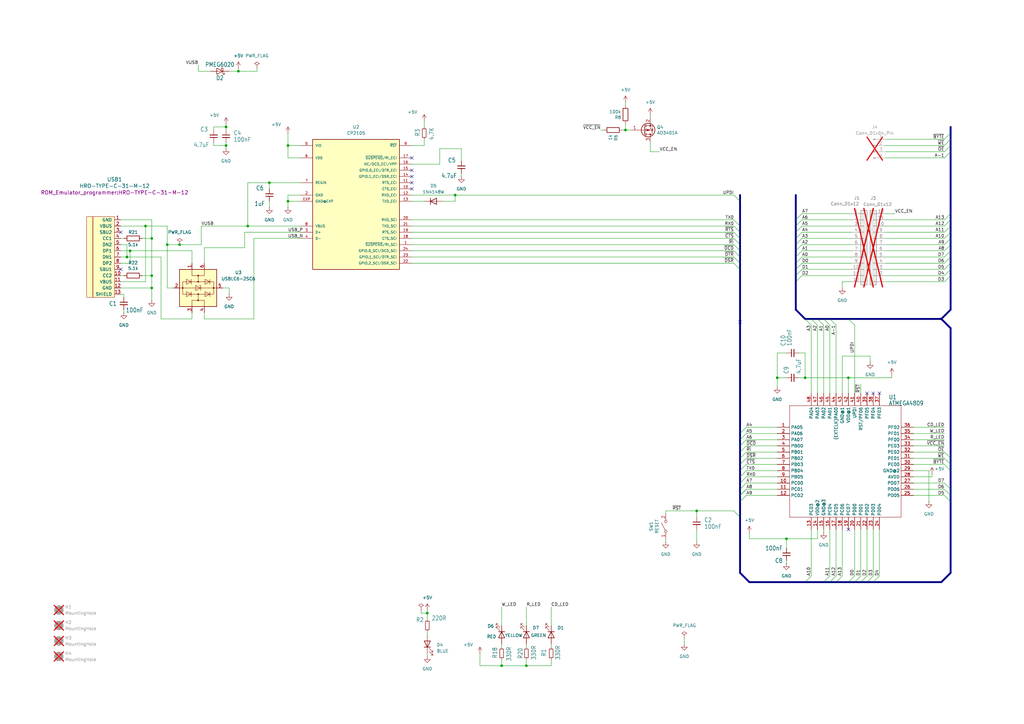
<source format=kicad_sch>
(kicad_sch
	(version 20231120)
	(generator "eeschema")
	(generator_version "8.0")
	(uuid "28fa76d1-9281-4306-81d2-b9e710546d0c")
	(paper "A3")
	(title_block
		(title "ROM Emulator Programmer")
		(date "2024-10-07")
		(rev "0.01")
		(company "Peter & Per")
	)
	
	(junction
		(at 53.34 102.87)
		(diameter 0)
		(color 0 0 0 0)
		(uuid "25fe08f4-9f66-4d53-a6a3-90a9a5f73936")
	)
	(junction
		(at 347.98 154.94)
		(diameter 0)
		(color 0 0 0 0)
		(uuid "29f471a5-1166-4216-b043-a68044debdba")
	)
	(junction
		(at 285.75 209.55)
		(diameter 0)
		(color 0 0 0 0)
		(uuid "40202182-4f8b-489c-bf19-179a3d99c14c")
	)
	(junction
		(at 215.9 273.05)
		(diameter 0)
		(color 0 0 0 0)
		(uuid "4496bae3-e2ae-48be-8757-c1df244190cc")
	)
	(junction
		(at 118.11 82.55)
		(diameter 0)
		(color 0 0 0 0)
		(uuid "44acbb03-bc4b-41fe-921c-a3df5645d50f")
	)
	(junction
		(at 62.23 113.03)
		(diameter 0)
		(color 0 0 0 0)
		(uuid "49566c78-2e93-4a70-87a7-beae877b2725")
	)
	(junction
		(at 73.66 100.33)
		(diameter 0)
		(color 0 0 0 0)
		(uuid "52aa08b5-ad6f-410c-b3b8-45e39b58c6f8")
	)
	(junction
		(at 62.23 97.79)
		(diameter 0)
		(color 0 0 0 0)
		(uuid "53f90da0-9f08-4abf-bee0-42b3eed651d0")
	)
	(junction
		(at 318.77 154.94)
		(diameter 0)
		(color 0 0 0 0)
		(uuid "5772eb95-057a-49a6-b3fc-f8593202da99")
	)
	(junction
		(at 68.58 100.33)
		(diameter 0)
		(color 0 0 0 0)
		(uuid "5b204ae1-18cb-48a1-8bfc-83bbb69cd4d6")
	)
	(junction
		(at 330.2 154.94)
		(diameter 0)
		(color 0 0 0 0)
		(uuid "628920db-d769-4d82-a99e-f8adb116e895")
	)
	(junction
		(at 118.11 59.69)
		(diameter 0)
		(color 0 0 0 0)
		(uuid "7b2392fe-cbc6-4a0d-ad60-ebc5654bf786")
	)
	(junction
		(at 62.23 118.11)
		(diameter 0)
		(color 0 0 0 0)
		(uuid "83226750-bbd5-4926-bda5-792bd20ce125")
	)
	(junction
		(at 322.58 220.98)
		(diameter 0)
		(color 0 0 0 0)
		(uuid "84f033be-32bb-45a0-9234-97ebb0e46b3b")
	)
	(junction
		(at 175.26 251.46)
		(diameter 0)
		(color 0 0 0 0)
		(uuid "8af7365d-049e-4dc9-82a0-4f7c488ac82f")
	)
	(junction
		(at 386.08 130.81)
		(diameter 0)
		(color 0 0 0 0)
		(uuid "9410afe5-3f02-4941-bdbd-949a040e381b")
	)
	(junction
		(at 59.69 92.71)
		(diameter 0)
		(color 0 0 0 0)
		(uuid "95f4ad0f-cbf7-4f0b-853d-1e746aca63b5")
	)
	(junction
		(at 205.74 273.05)
		(diameter 0)
		(color 0 0 0 0)
		(uuid "9db3b82e-e985-4496-95e4-f3e725665b57")
	)
	(junction
		(at 186.69 80.01)
		(diameter 0)
		(color 0 0 0 0)
		(uuid "a97b8538-8868-4c67-87dc-9c75a17457dd")
	)
	(junction
		(at 110.49 74.93)
		(diameter 0)
		(color 0 0 0 0)
		(uuid "af5c349c-66b5-43b0-a637-fea17f1e5d60")
	)
	(junction
		(at 92.71 52.07)
		(diameter 0)
		(color 0 0 0 0)
		(uuid "b3437385-0d54-477d-9ae2-fe839e13173a")
	)
	(junction
		(at 101.6 92.71)
		(diameter 0)
		(color 0 0 0 0)
		(uuid "b38c8910-4c02-41f0-9567-6d3b980b688e")
	)
	(junction
		(at 92.71 59.69)
		(diameter 0)
		(color 0 0 0 0)
		(uuid "d1d8163b-99fe-424b-92b5-80e4223e279b")
	)
	(junction
		(at 52.07 105.41)
		(diameter 0)
		(color 0 0 0 0)
		(uuid "de18eed2-d3aa-482d-a7b7-d338c262e634")
	)
	(junction
		(at 97.79 29.21)
		(diameter 0)
		(color 0 0 0 0)
		(uuid "e4e4fe5a-3b98-499f-84a0-64c80cf04e96")
	)
	(junction
		(at 256.54 53.34)
		(diameter 0)
		(color 0 0 0 0)
		(uuid "f21ae05e-3001-43fa-b13c-5e5b5e370dd5")
	)
	(no_connect
		(at 168.91 64.77)
		(uuid "090c0de3-97af-4e8e-bfe6-69367e37f199")
	)
	(no_connect
		(at 168.91 74.93)
		(uuid "12832370-4dac-4ce6-8f2c-df6c1ea3d5ae")
	)
	(no_connect
		(at 358.14 161.29)
		(uuid "227c5be5-f782-4bb2-99b2-db227c4d58e3")
	)
	(no_connect
		(at 49.53 110.49)
		(uuid "327264a2-1cde-4c2c-b205-7c14a5dbbf5c")
	)
	(no_connect
		(at 347.98 217.17)
		(uuid "33e031f8-b2bf-43a8-b45b-02363745e06c")
	)
	(no_connect
		(at 360.68 161.29)
		(uuid "5fbbfa6c-c786-43cd-9118-9a1148b6cd4a")
	)
	(no_connect
		(at 168.91 77.47)
		(uuid "8efa0d27-6872-43fc-8392-0c22425b8e3c")
	)
	(no_connect
		(at 355.6 161.29)
		(uuid "b890e99b-a31e-4f71-9a01-f615eb290f71")
	)
	(no_connect
		(at 168.91 69.85)
		(uuid "c58a0e7d-67bc-429f-ad94-76a6017ad093")
	)
	(no_connect
		(at 303.53 132.08)
		(uuid "cce15832-82bb-4a70-b64b-64899ad17048")
	)
	(no_connect
		(at 168.91 72.39)
		(uuid "d0388342-f54d-4480-acf7-ab6137699ac5")
	)
	(no_connect
		(at 49.53 95.25)
		(uuid "e958ab6e-b7bc-41aa-8552-74f8a03fb1a1")
	)
	(bus_entry
		(at 328.93 113.03)
		(size -2.54 2.54)
		(stroke
			(width 0)
			(type default)
		)
		(uuid "0aa1af16-689c-411d-94ed-9d2f18765aea")
	)
	(bus_entry
		(at 387.35 59.69)
		(size 2.54 -2.54)
		(stroke
			(width 0)
			(type default)
		)
		(uuid "16a685a5-abe1-429b-a85b-7fb5aeb91a98")
	)
	(bus_entry
		(at 328.93 87.63)
		(size -2.54 2.54)
		(stroke
			(width 0)
			(type default)
		)
		(uuid "16fb4579-8076-4569-a889-c74fb0a44e57")
	)
	(bus_entry
		(at 387.35 102.87)
		(size 2.54 -2.54)
		(stroke
			(width 0)
			(type default)
		)
		(uuid "17afc67b-cb84-41c7-a0d3-859bf042dd44")
	)
	(bus_entry
		(at 360.68 236.22)
		(size -2.54 2.54)
		(stroke
			(width 0)
			(type default)
		)
		(uuid "1910cc65-d552-4ede-8a47-7bb05d228f88")
	)
	(bus_entry
		(at 387.35 92.71)
		(size 2.54 -2.54)
		(stroke
			(width 0)
			(type default)
		)
		(uuid "1be8e402-e8e0-462a-9c1d-8b35ca998292")
	)
	(bus_entry
		(at 306.07 185.42)
		(size -2.54 2.54)
		(stroke
			(width 0)
			(type default)
		)
		(uuid "1c3fbe6f-ce20-4496-b063-95809e974a7d")
	)
	(bus_entry
		(at 387.35 107.95)
		(size 2.54 -2.54)
		(stroke
			(width 0)
			(type default)
		)
		(uuid "20bfcef1-00cc-4234-972e-37a3aca6546c")
	)
	(bus_entry
		(at 342.9 236.22)
		(size -2.54 2.54)
		(stroke
			(width 0)
			(type default)
		)
		(uuid "232552e6-d3ce-4323-9878-9d0a815a4fb0")
	)
	(bus_entry
		(at 387.35 95.25)
		(size 2.54 -2.54)
		(stroke
			(width 0)
			(type default)
		)
		(uuid "2485caa4-edea-47d3-8564-cee6ac5cd45e")
	)
	(bus_entry
		(at 328.93 97.79)
		(size -2.54 2.54)
		(stroke
			(width 0)
			(type default)
		)
		(uuid "25026f63-23a1-4fdd-9ba1-d57454297aad")
	)
	(bus_entry
		(at 306.07 200.66)
		(size -2.54 2.54)
		(stroke
			(width 0)
			(type default)
		)
		(uuid "25935f77-39bc-4b3c-a923-1df4383556b3")
	)
	(bus_entry
		(at 306.07 177.8)
		(size -2.54 2.54)
		(stroke
			(width 0)
			(type default)
		)
		(uuid "25ab4834-eba0-46db-85de-b05220deb2bd")
	)
	(bus_entry
		(at 342.9 133.35)
		(size -2.54 -2.54)
		(stroke
			(width 0)
			(type default)
		)
		(uuid "28dc474f-e6e9-4bfe-aaa4-5cf8802ba712")
	)
	(bus_entry
		(at 387.35 200.66)
		(size 2.54 2.54)
		(stroke
			(width 0)
			(type default)
		)
		(uuid "2c1f6dc9-e875-485a-8268-d7844c713a09")
	)
	(bus_entry
		(at 328.93 100.33)
		(size -2.54 2.54)
		(stroke
			(width 0)
			(type default)
		)
		(uuid "2efdf071-883b-4862-b301-80ffe5be0ca0")
	)
	(bus_entry
		(at 387.35 57.15)
		(size 2.54 -2.54)
		(stroke
			(width 0)
			(type default)
		)
		(uuid "2f3f09fe-9c8f-4565-89a0-4fda67bdfe1e")
	)
	(bus_entry
		(at 387.35 110.49)
		(size 2.54 -2.54)
		(stroke
			(width 0)
			(type default)
		)
		(uuid "306f09d3-c117-4330-9407-5c4d49ce0b53")
	)
	(bus_entry
		(at 337.82 133.35)
		(size -2.54 -2.54)
		(stroke
			(width 0)
			(type default)
		)
		(uuid "33649431-c1c8-43cd-9acd-2c9a7d3321e8")
	)
	(bus_entry
		(at 387.35 97.79)
		(size 2.54 -2.54)
		(stroke
			(width 0)
			(type default)
		)
		(uuid "35824b65-6ec4-46e2-b5c4-eac478b69c2b")
	)
	(bus_entry
		(at 300.99 105.41)
		(size 2.54 2.54)
		(stroke
			(width 0)
			(type default)
		)
		(uuid "41561966-8ce9-4c7a-a28a-d6e52c61b8ce")
	)
	(bus_entry
		(at 300.99 100.33)
		(size 2.54 2.54)
		(stroke
			(width 0)
			(type default)
		)
		(uuid "4156a1e4-6ae9-411f-b3d8-d905c130f96f")
	)
	(bus_entry
		(at 306.07 187.96)
		(size -2.54 2.54)
		(stroke
			(width 0)
			(type default)
		)
		(uuid "4c46db71-2e10-4a72-a085-5d498e5d9b46")
	)
	(bus_entry
		(at 387.35 64.77)
		(size 2.54 -2.54)
		(stroke
			(width 0)
			(type default)
		)
		(uuid "4c7cc51e-3724-449d-adbb-3ea092cbc57e")
	)
	(bus_entry
		(at 355.6 236.22)
		(size -2.54 2.54)
		(stroke
			(width 0)
			(type default)
		)
		(uuid "5015131d-c2ac-424e-a78c-0a05714f6fac")
	)
	(bus_entry
		(at 328.93 90.17)
		(size -2.54 2.54)
		(stroke
			(width 0)
			(type default)
		)
		(uuid "51bbb9fa-f4ea-4874-a7d9-4741da0d4ce4")
	)
	(bus_entry
		(at 306.07 190.5)
		(size -2.54 2.54)
		(stroke
			(width 0)
			(type default)
		)
		(uuid "52937965-f49c-46fc-9cc9-fc7cc3e135ff")
	)
	(bus_entry
		(at 300.99 97.79)
		(size 2.54 2.54)
		(stroke
			(width 0)
			(type default)
		)
		(uuid "558d7629-867b-469a-a58d-ad7b8bd48af8")
	)
	(bus_entry
		(at 328.93 102.87)
		(size -2.54 2.54)
		(stroke
			(width 0)
			(type default)
		)
		(uuid "57919088-5913-4eda-b3f9-047a2b97203c")
	)
	(bus_entry
		(at 358.14 236.22)
		(size -2.54 2.54)
		(stroke
			(width 0)
			(type default)
		)
		(uuid "58c68571-7bb1-4e02-969f-0f375d588f18")
	)
	(bus_entry
		(at 306.07 198.12)
		(size -2.54 2.54)
		(stroke
			(width 0)
			(type default)
		)
		(uuid "5d39ca08-1f9e-4a7f-b076-da956f2d39f8")
	)
	(bus_entry
		(at 300.99 90.17)
		(size 2.54 2.54)
		(stroke
			(width 0)
			(type default)
		)
		(uuid "668eecfb-898e-4f3f-9125-ea0e2700ea44")
	)
	(bus_entry
		(at 306.07 180.34)
		(size -2.54 2.54)
		(stroke
			(width 0)
			(type default)
		)
		(uuid "66fa855d-9aab-4934-a28c-54da3fba9912")
	)
	(bus_entry
		(at 387.35 62.23)
		(size 2.54 -2.54)
		(stroke
			(width 0)
			(type default)
		)
		(uuid "69305812-d088-44f4-85c7-a578cdaed436")
	)
	(bus_entry
		(at 387.35 185.42)
		(size 2.54 2.54)
		(stroke
			(width 0)
			(type default)
		)
		(uuid "71ae20e8-c87e-4827-916b-ba5efd75b6be")
	)
	(bus_entry
		(at 387.35 100.33)
		(size 2.54 -2.54)
		(stroke
			(width 0)
			(type default)
		)
		(uuid "7224c973-9db9-4da6-acd6-6fbf779b56fb")
	)
	(bus_entry
		(at 332.74 236.22)
		(size -2.54 2.54)
		(stroke
			(width 0)
			(type default)
		)
		(uuid "7579ff0e-c314-44ab-a8a0-47817b1c8abb")
	)
	(bus_entry
		(at 306.07 193.04)
		(size -2.54 2.54)
		(stroke
			(width 0)
			(type default)
		)
		(uuid "7c422821-4b95-406d-916e-9666fd8aa869")
	)
	(bus_entry
		(at 300.99 80.01)
		(size 2.54 2.54)
		(stroke
			(width 0)
			(type default)
		)
		(uuid "7c9b0bd5-fae6-4cfe-a80f-1c525793abb9")
	)
	(bus_entry
		(at 387.35 113.03)
		(size 2.54 -2.54)
		(stroke
			(width 0)
			(type default)
		)
		(uuid "7f71c6f6-fc39-480a-870c-642f356424fe")
	)
	(bus_entry
		(at 328.93 92.71)
		(size -2.54 2.54)
		(stroke
			(width 0)
			(type default)
		)
		(uuid "7fb0f4c9-65d2-4a8f-a048-ee7a67f238b2")
	)
	(bus_entry
		(at 306.07 200.66)
		(size -2.54 2.54)
		(stroke
			(width 0)
			(type default)
		)
		(uuid "842ecb31-5cfe-4144-8683-3c6d1331ff77")
	)
	(bus_entry
		(at 387.35 90.17)
		(size 2.54 -2.54)
		(stroke
			(width 0)
			(type default)
		)
		(uuid "85859c3c-9ec5-4020-b4b2-424ee21c7f31")
	)
	(bus_entry
		(at 328.93 95.25)
		(size -2.54 2.54)
		(stroke
			(width 0)
			(type default)
		)
		(uuid "866292a7-49b7-4edc-a078-0b67d6d4ae4c")
	)
	(bus_entry
		(at 340.36 236.22)
		(size -2.54 2.54)
		(stroke
			(width 0)
			(type default)
		)
		(uuid "8790097f-ce2c-4cee-974d-6aba0753c60f")
	)
	(bus_entry
		(at 387.35 105.41)
		(size 2.54 -2.54)
		(stroke
			(width 0)
			(type default)
		)
		(uuid "92d378de-bc20-41a0-a9b1-dc67fc4b1c50")
	)
	(bus_entry
		(at 306.07 203.2)
		(size -2.54 2.54)
		(stroke
			(width 0)
			(type default)
		)
		(uuid "9e30d67c-3181-421c-aea0-c2f47e295343")
	)
	(bus_entry
		(at 387.35 198.12)
		(size 2.54 2.54)
		(stroke
			(width 0)
			(type default)
		)
		(uuid "a09ab4d8-6519-4e2b-a8eb-bd4d95fb7897")
	)
	(bus_entry
		(at 306.07 195.58)
		(size -2.54 2.54)
		(stroke
			(width 0)
			(type default)
		)
		(uuid "a146ad34-41ff-4206-a19d-0be39c0cd6ab")
	)
	(bus_entry
		(at 387.35 187.96)
		(size 2.54 2.54)
		(stroke
			(width 0)
			(type default)
		)
		(uuid "a3a8ab07-58fb-49b6-8265-0000d373c0f4")
	)
	(bus_entry
		(at 328.93 107.95)
		(size -2.54 2.54)
		(stroke
			(width 0)
			(type default)
		)
		(uuid "ae2c274e-1b19-43dc-ba01-7842f12c853c")
	)
	(bus_entry
		(at 345.44 236.22)
		(size -2.54 2.54)
		(stroke
			(width 0)
			(type default)
		)
		(uuid "ae907c98-f150-4cfe-8683-866f547cddc3")
	)
	(bus_entry
		(at 328.93 105.41)
		(size -2.54 2.54)
		(stroke
			(width 0)
			(type default)
		)
		(uuid "aec6c226-2370-48f5-a6b8-7c050a1b034a")
	)
	(bus_entry
		(at 387.35 115.57)
		(size 2.54 -2.54)
		(stroke
			(width 0)
			(type default)
		)
		(uuid "b52cd8fb-a4e1-485e-8296-2595c0d87705")
	)
	(bus_entry
		(at 300.99 102.87)
		(size 2.54 2.54)
		(stroke
			(width 0)
			(type default)
		)
		(uuid "b53122d2-eec9-44fe-8e5a-40a0f193d651")
	)
	(bus_entry
		(at 300.99 95.25)
		(size 2.54 2.54)
		(stroke
			(width 0)
			(type default)
		)
		(uuid "b648e4ff-6e3d-45f7-8e9a-0c189b6194fb")
	)
	(bus_entry
		(at 340.36 133.35)
		(size -2.54 -2.54)
		(stroke
			(width 0)
			(type default)
		)
		(uuid "b71aef7b-0325-4713-b6e1-27f4aba133ac")
	)
	(bus_entry
		(at 328.93 110.49)
		(size -2.54 2.54)
		(stroke
			(width 0)
			(type default)
		)
		(uuid "b943ddf4-d7e8-49fe-a5a8-27433629e951")
	)
	(bus_entry
		(at 300.99 107.95)
		(size 2.54 2.54)
		(stroke
			(width 0)
			(type default)
		)
		(uuid "b96dd574-2a3c-41fa-b03c-30393e032c33")
	)
	(bus_entry
		(at 300.99 209.55)
		(size 2.54 2.54)
		(stroke
			(width 0)
			(type default)
		)
		(uuid "bd83e3c9-e2a7-47a7-abc0-eefb902aac33")
	)
	(bus_entry
		(at 332.74 133.35)
		(size -2.54 -2.54)
		(stroke
			(width 0)
			(type default)
		)
		(uuid "be8ad4d9-f125-45ee-84c7-8700267dc8d3")
	)
	(bus_entry
		(at 300.99 92.71)
		(size 2.54 2.54)
		(stroke
			(width 0)
			(type default)
		)
		(uuid "bea0c759-31a1-4d60-a9af-0439140837d9")
	)
	(bus_entry
		(at 387.35 190.5)
		(size 2.54 2.54)
		(stroke
			(width 0)
			(type default)
		)
		(uuid "c51268ad-6885-4322-8e4d-c67d857e3d23")
	)
	(bus_entry
		(at 353.06 236.22)
		(size -2.54 2.54)
		(stroke
			(width 0)
			(type default)
		)
		(uuid "cf1061d4-aedb-44b3-afee-d2e2aef0f8d9")
	)
	(bus_entry
		(at 306.07 182.88)
		(size -2.54 2.54)
		(stroke
			(width 0)
			(type default)
		)
		(uuid "e3849443-c14b-42b0-8661-ae5416d57985")
	)
	(bus_entry
		(at 306.07 175.26)
		(size -2.54 2.54)
		(stroke
			(width 0)
			(type default)
		)
		(uuid "e3aec4cb-12fc-4eec-864a-0cb00c18c397")
	)
	(bus_entry
		(at 387.35 203.2)
		(size 2.54 2.54)
		(stroke
			(width 0)
			(type default)
		)
		(uuid "e9354dbe-5ab2-445d-afa8-6c25f014f2ea")
	)
	(bus_entry
		(at 335.28 133.35)
		(size -2.54 -2.54)
		(stroke
			(width 0)
			(type default)
		)
		(uuid "eb4e5123-fe35-45e0-a9e4-095e9ee5ea6b")
	)
	(bus_entry
		(at 350.52 236.22)
		(size -2.54 2.54)
		(stroke
			(width 0)
			(type default)
		)
		(uuid "ef562df2-da45-448a-b1c9-9e75f319a6fb")
	)
	(bus_entry
		(at 350.52 133.35)
		(size -2.54 -2.54)
		(stroke
			(width 0)
			(type default)
		)
		(uuid "f94ee951-5821-4e10-8d0b-78426479034e")
	)
	(bus
		(pts
			(xy 389.89 102.87) (xy 389.89 105.41)
		)
		(stroke
			(width 0.762)
			(type solid)
		)
		(uuid "009e38fb-06d8-4f52-a649-342a66806d07")
	)
	(wire
		(pts
			(xy 347.98 154.94) (xy 365.76 154.94)
		)
		(stroke
			(width 0.1524)
			(type solid)
		)
		(uuid "013a424d-0c63-410d-a030-e123de418a7b")
	)
	(wire
		(pts
			(xy 62.23 97.79) (xy 62.23 113.03)
		)
		(stroke
			(width 0)
			(type default)
		)
		(uuid "015919bb-bf9a-4193-8487-a1d36051865d")
	)
	(wire
		(pts
			(xy 205.74 264.16) (xy 205.74 265.43)
		)
		(stroke
			(width 0)
			(type default)
		)
		(uuid "019ac63c-afae-46e9-bd5b-ec9a0adbeb52")
	)
	(wire
		(pts
			(xy 118.11 80.01) (xy 123.19 80.01)
		)
		(stroke
			(width 0)
			(type default)
		)
		(uuid "02d65cb0-0e69-4a07-b93e-d030d43779a5")
	)
	(wire
		(pts
			(xy 168.91 102.87) (xy 300.99 102.87)
		)
		(stroke
			(width 0)
			(type default)
		)
		(uuid "02e5e938-27fe-4ee3-bf7f-0effc7bb3ed4")
	)
	(wire
		(pts
			(xy 256.54 53.34) (xy 259.08 53.34)
		)
		(stroke
			(width 0)
			(type default)
		)
		(uuid "0381a88b-5251-4399-bd12-fa44317dd30d")
	)
	(wire
		(pts
			(xy 374.65 193.04) (xy 381 193.04)
		)
		(stroke
			(width 0)
			(type default)
		)
		(uuid "042e4ed2-7259-4e1d-bf91-590c01946f4d")
	)
	(bus
		(pts
			(xy 326.39 92.71) (xy 326.39 90.17)
		)
		(stroke
			(width 0.762)
			(type solid)
		)
		(uuid "0509aad3-98e1-46b0-b088-0edb29aa5c30")
	)
	(bus
		(pts
			(xy 303.53 190.5) (xy 303.53 193.04)
		)
		(stroke
			(width 0.762)
			(type solid)
		)
		(uuid "060f7903-b599-4c80-b0f7-bdff8b1c5c0e")
	)
	(bus
		(pts
			(xy 389.89 110.49) (xy 389.89 113.03)
		)
		(stroke
			(width 0.762)
			(type solid)
		)
		(uuid "0752531a-d6a4-4814-85e2-02e48ec0dbe8")
	)
	(wire
		(pts
			(xy 349.25 105.41) (xy 328.93 105.41)
		)
		(stroke
			(width 0)
			(type default)
		)
		(uuid "08393765-15ca-4832-89b7-61d85d407e61")
	)
	(wire
		(pts
			(xy 318.77 158.75) (xy 318.77 154.94)
		)
		(stroke
			(width 0)
			(type default)
		)
		(uuid "09c3e1ac-4617-482c-9e3c-dd2907fcde2d")
	)
	(wire
		(pts
			(xy 66.04 105.41) (xy 66.04 130.81)
		)
		(stroke
			(width 0)
			(type default)
		)
		(uuid "0a049206-63c3-45b7-81ea-36e71c351f4c")
	)
	(bus
		(pts
			(xy 303.53 193.04) (xy 303.53 195.58)
		)
		(stroke
			(width 0.762)
			(type solid)
		)
		(uuid "0ccce800-0a2f-4e70-8493-346e3a264df8")
	)
	(wire
		(pts
			(xy 118.11 64.77) (xy 123.19 64.77)
		)
		(stroke
			(width 0)
			(type default)
		)
		(uuid "0d7c5090-992e-49c1-a8ae-8b1184974944")
	)
	(wire
		(pts
			(xy 363.22 87.63) (xy 367.03 87.63)
		)
		(stroke
			(width 0)
			(type default)
		)
		(uuid "0e2acd85-a123-41b7-93c4-ab43a356d450")
	)
	(wire
		(pts
			(xy 349.25 100.33) (xy 328.93 100.33)
		)
		(stroke
			(width 0)
			(type default)
		)
		(uuid "0ebfff8f-895d-414b-8952-e54f5e5af4a5")
	)
	(wire
		(pts
			(xy 327.66 154.94) (xy 330.2 154.94)
		)
		(stroke
			(width 0.1524)
			(type solid)
		)
		(uuid "11212c01-7978-4656-a750-69f7b1e63e9f")
	)
	(bus
		(pts
			(xy 389.89 113.03) (xy 389.89 127)
		)
		(stroke
			(width 0.762)
			(type solid)
		)
		(uuid "1177ab42-a473-4fd1-9ba0-7f73b4985297")
	)
	(wire
		(pts
			(xy 186.69 80.01) (xy 300.99 80.01)
		)
		(stroke
			(width 0)
			(type default)
		)
		(uuid "11a0e260-3203-4065-9e9c-7bc37bdd6ac9")
	)
	(wire
		(pts
			(xy 168.91 97.79) (xy 300.99 97.79)
		)
		(stroke
			(width 0)
			(type default)
		)
		(uuid "126eff1f-19f5-4602-80e8-8266daf4f87e")
	)
	(wire
		(pts
			(xy 349.25 90.17) (xy 328.93 90.17)
		)
		(stroke
			(width 0)
			(type default)
		)
		(uuid "12c7cffc-e85d-4800-9f6d-b94edff32052")
	)
	(bus
		(pts
			(xy 342.9 238.76) (xy 347.98 238.76)
		)
		(stroke
			(width 0.762)
			(type solid)
		)
		(uuid "1300f3ec-1477-4228-9d48-992c9e0a6f65")
	)
	(bus
		(pts
			(xy 350.52 238.76) (xy 353.06 238.76)
		)
		(stroke
			(width 0.762)
			(type solid)
		)
		(uuid "16235157-2cf7-4cf5-b472-e5bef53e0c1b")
	)
	(bus
		(pts
			(xy 353.06 238.76) (xy 355.6 238.76)
		)
		(stroke
			(width 0.762)
			(type solid)
		)
		(uuid "1744e8ae-2f53-4a25-b5a2-90744d83b232")
	)
	(bus
		(pts
			(xy 389.89 97.79) (xy 389.89 100.33)
		)
		(stroke
			(width 0.762)
			(type solid)
		)
		(uuid "1756d4fc-8430-4535-8587-3ddbfc109c60")
	)
	(bus
		(pts
			(xy 326.39 105.41) (xy 326.39 102.87)
		)
		(stroke
			(width 0.762)
			(type solid)
		)
		(uuid "18ad8ee6-dda0-42f9-9290-c2e84f19e80d")
	)
	(wire
		(pts
			(xy 50.8 120.65) (xy 50.8 121.92)
		)
		(stroke
			(width 0)
			(type default)
		)
		(uuid "19dc7b7f-6577-468e-a23e-44c9c4f02c8a")
	)
	(bus
		(pts
			(xy 303.53 100.33) (xy 303.53 102.87)
		)
		(stroke
			(width 0.762)
			(type solid)
		)
		(uuid "1a9cf1bb-7c40-4a46-a332-42c11e8ad0e6")
	)
	(wire
		(pts
			(xy 180.34 60.96) (xy 189.23 60.96)
		)
		(stroke
			(width 0)
			(type default)
		)
		(uuid "1b16373d-4310-4f09-81f7-3988d2303fcb")
	)
	(wire
		(pts
			(xy 196.85 267.97) (xy 196.85 273.05)
		)
		(stroke
			(width 0)
			(type default)
		)
		(uuid "1b9f7f01-7362-440f-b836-47170616eaf5")
	)
	(wire
		(pts
			(xy 318.77 187.96) (xy 306.07 187.96)
		)
		(stroke
			(width 0.1524)
			(type solid)
		)
		(uuid "1ce66a5d-c3ef-4e46-a69c-19befb9b09d5")
	)
	(wire
		(pts
			(xy 50.8 127) (xy 50.8 128.27)
		)
		(stroke
			(width 0)
			(type default)
		)
		(uuid "1e4fc8f8-f593-4a29-b4cd-70d9837add59")
	)
	(wire
		(pts
			(xy 318.77 195.58) (xy 306.07 195.58)
		)
		(stroke
			(width 0.1524)
			(type solid)
		)
		(uuid "1eab1aa2-e84d-4cc1-b606-b47612e8b88b")
	)
	(wire
		(pts
			(xy 318.77 154.94) (xy 322.58 154.94)
		)
		(stroke
			(width 0)
			(type default)
		)
		(uuid "1eb334ba-07be-46cf-91b9-6057a111fdcb")
	)
	(wire
		(pts
			(xy 62.23 113.03) (xy 62.23 118.11)
		)
		(stroke
			(width 0)
			(type default)
		)
		(uuid "1ec0a4bb-c245-46b2-b58d-26cdaf073780")
	)
	(wire
		(pts
			(xy 374.65 175.26) (xy 387.35 175.26)
		)
		(stroke
			(width 0)
			(type default)
		)
		(uuid "1ef0529d-7bf0-43a1-83c1-ee2096199477")
	)
	(wire
		(pts
			(xy 349.25 92.71) (xy 328.93 92.71)
		)
		(stroke
			(width 0)
			(type default)
		)
		(uuid "2018ab69-1b58-4b1c-be6d-630c9493131b")
	)
	(wire
		(pts
			(xy 340.36 161.29) (xy 340.36 133.35)
		)
		(stroke
			(width 0.1524)
			(type solid)
		)
		(uuid "20fb9ccb-4ef5-469b-88ab-fd2d1ed94c7e")
	)
	(wire
		(pts
			(xy 273.05 220.98) (xy 273.05 222.25)
		)
		(stroke
			(width 0)
			(type default)
		)
		(uuid "214a7ee8-8efd-4ad8-a40a-91e79ad8be86")
	)
	(wire
		(pts
			(xy 363.22 92.71) (xy 387.35 92.71)
		)
		(stroke
			(width 0)
			(type default)
		)
		(uuid "21d72ae5-41c2-4531-8ed7-777e28225e5c")
	)
	(wire
		(pts
			(xy 53.34 102.87) (xy 78.74 102.87)
		)
		(stroke
			(width 0)
			(type default)
		)
		(uuid "22be691a-d2f7-4b76-82b7-b3454c5f6574")
	)
	(wire
		(pts
			(xy 62.23 118.11) (xy 62.23 123.19)
		)
		(stroke
			(width 0)
			(type default)
		)
		(uuid "2300fff3-6ac5-49f7-85d8-0262eb9d8349")
	)
	(bus
		(pts
			(xy 303.53 200.66) (xy 303.53 198.12)
		)
		(stroke
			(width 0.762)
			(type solid)
		)
		(uuid "2378be87-b70d-48b9-9032-240b9e5821df")
	)
	(wire
		(pts
			(xy 273.05 209.55) (xy 285.75 209.55)
		)
		(stroke
			(width 0.1524)
			(type solid)
		)
		(uuid "23ae37f7-0064-4193-ab8e-d6a22a1e843d")
	)
	(bus
		(pts
			(xy 326.39 107.95) (xy 326.39 105.41)
		)
		(stroke
			(width 0.762)
			(type solid)
		)
		(uuid "23b08d59-f152-479e-8bfd-78fe22932cfc")
	)
	(bus
		(pts
			(xy 389.89 62.23) (xy 389.89 87.63)
		)
		(stroke
			(width 0.762)
			(type solid)
		)
		(uuid "24dd2c5d-86f0-4ec5-b6e4-6ee4c7cab5bd")
	)
	(bus
		(pts
			(xy 307.34 238.76) (xy 303.53 234.95)
		)
		(stroke
			(width 0.762)
			(type solid)
		)
		(uuid "24f9edcc-32d4-4da1-92c1-6a803eab182c")
	)
	(wire
		(pts
			(xy 168.91 80.01) (xy 186.69 80.01)
		)
		(stroke
			(width 0)
			(type default)
		)
		(uuid "251570e9-261b-4a97-8ec1-de8152174fc7")
	)
	(wire
		(pts
			(xy 105.41 29.21) (xy 105.41 27.94)
		)
		(stroke
			(width 0)
			(type default)
		)
		(uuid "25e47d13-f83c-4b36-918e-de41ac914996")
	)
	(bus
		(pts
			(xy 303.53 203.2) (xy 303.53 205.74)
		)
		(stroke
			(width 0.762)
			(type solid)
		)
		(uuid "27755419-bda5-4635-9da3-d7b708346a7f")
	)
	(wire
		(pts
			(xy 83.82 101.6) (xy 100.33 101.6)
		)
		(stroke
			(width 0)
			(type default)
		)
		(uuid "2a3b960c-773a-41b4-b2d0-93e681f5f43b")
	)
	(bus
		(pts
			(xy 326.39 80.01) (xy 326.39 90.17)
		)
		(stroke
			(width 0.762)
			(type solid)
		)
		(uuid "2ba86e6b-d314-4e63-a775-66d93ff94e5a")
	)
	(wire
		(pts
			(xy 205.74 270.51) (xy 205.74 273.05)
		)
		(stroke
			(width 0.1524)
			(type solid)
		)
		(uuid "2bad68dc-297b-4555-85f6-d6361423eb7c")
	)
	(bus
		(pts
			(xy 303.53 107.95) (xy 303.53 110.49)
		)
		(stroke
			(width 0.762)
			(type solid)
		)
		(uuid "2cc63d86-c6c4-449b-8f56-235a189fb9cc")
	)
	(wire
		(pts
			(xy 318.77 144.78) (xy 322.58 144.78)
		)
		(stroke
			(width 0)
			(type default)
		)
		(uuid "2cfda724-8e8a-41e3-80f9-005fa80ad197")
	)
	(wire
		(pts
			(xy 49.53 92.71) (xy 59.69 92.71)
		)
		(stroke
			(width 0)
			(type default)
		)
		(uuid "2de501c6-8a0d-43ab-a625-7e56e9567fee")
	)
	(bus
		(pts
			(xy 358.14 238.76) (xy 386.08 238.76)
		)
		(stroke
			(width 0.762)
			(type solid)
		)
		(uuid "2e71ef3f-af3f-44df-8112-312e0ae37782")
	)
	(wire
		(pts
			(xy 363.22 115.57) (xy 387.35 115.57)
		)
		(stroke
			(width 0)
			(type default)
		)
		(uuid "2f04fef7-6359-4dee-97c3-872a2308cf02")
	)
	(bus
		(pts
			(xy 332.74 130.81) (xy 330.2 130.81)
		)
		(stroke
			(width 0.762)
			(type solid)
		)
		(uuid "2fd66dbb-d7f1-42f5-8a28-156223f96917")
	)
	(wire
		(pts
			(xy 118.11 85.09) (xy 118.11 82.55)
		)
		(stroke
			(width 0)
			(type default)
		)
		(uuid "30aa98d9-1505-4013-8b37-7de86a96b256")
	)
	(bus
		(pts
			(xy 389.89 234.95) (xy 389.89 205.74)
		)
		(stroke
			(width 0.762)
			(type solid)
		)
		(uuid "30b3fd97-8875-468e-8bbd-29b1e6ea0f41")
	)
	(wire
		(pts
			(xy 118.11 82.55) (xy 123.19 82.55)
		)
		(stroke
			(width 0)
			(type default)
		)
		(uuid "30cf7ec6-ffbb-4901-a6d5-6acf43df118b")
	)
	(wire
		(pts
			(xy 356.87 148.59) (xy 356.87 146.05)
		)
		(stroke
			(width 0)
			(type default)
		)
		(uuid "31868d51-0a97-4c33-95c5-57011daea4f7")
	)
	(wire
		(pts
			(xy 83.82 101.6) (xy 83.82 107.95)
		)
		(stroke
			(width 0)
			(type default)
		)
		(uuid "31ab0e6a-1775-47d6-94e6-3ae0481e6615")
	)
	(wire
		(pts
			(xy 58.42 97.79) (xy 62.23 97.79)
		)
		(stroke
			(width 0)
			(type default)
		)
		(uuid "34913f22-09d2-4c06-8649-234e8665a34d")
	)
	(wire
		(pts
			(xy 92.71 52.07) (xy 92.71 53.34)
		)
		(stroke
			(width 0)
			(type default)
		)
		(uuid "34da4228-f370-437c-b988-f24ea289f74e")
	)
	(bus
		(pts
			(xy 389.89 200.66) (xy 389.89 193.04)
		)
		(stroke
			(width 0.762)
			(type solid)
		)
		(uuid "35137d75-cbac-4a59-9a03-826fe702466c")
	)
	(wire
		(pts
			(xy 328.93 107.95) (xy 349.25 107.95)
		)
		(stroke
			(width 0)
			(type default)
		)
		(uuid "35ab9d8f-d203-46b2-bd98-94bb4d97c0ea")
	)
	(wire
		(pts
			(xy 101.6 74.93) (xy 110.49 74.93)
		)
		(stroke
			(width 0)
			(type default)
		)
		(uuid "3702beb1-ef23-46a7-a680-821301fc96df")
	)
	(wire
		(pts
			(xy 255.27 53.34) (xy 256.54 53.34)
		)
		(stroke
			(width 0)
			(type default)
		)
		(uuid "3766d906-4b6b-4091-b532-dc0a3179d153")
	)
	(wire
		(pts
			(xy 381 193.04) (xy 381 205.74)
		)
		(stroke
			(width 0)
			(type default)
		)
		(uuid "3a2078cc-5cd1-4839-9088-ea1d7e726567")
	)
	(wire
		(pts
			(xy 173.99 59.69) (xy 173.99 57.15)
		)
		(stroke
			(width 0)
			(type default)
		)
		(uuid "3ab48840-1b56-410a-b3a8-f5d9e1b7f2c1")
	)
	(wire
		(pts
			(xy 374.65 190.5) (xy 387.35 190.5)
		)
		(stroke
			(width 0.1524)
			(type solid)
		)
		(uuid "3c3163a8-fc90-476d-8cf5-87ef721a3cf0")
	)
	(bus
		(pts
			(xy 303.53 102.87) (xy 303.53 105.41)
		)
		(stroke
			(width 0.762)
			(type solid)
		)
		(uuid "3cb0a27a-a63e-484d-aaee-27adcbbfd4e7")
	)
	(wire
		(pts
			(xy 104.14 97.79) (xy 104.14 130.81)
		)
		(stroke
			(width 0)
			(type default)
		)
		(uuid "3cbab137-a3b3-4dbe-aaa0-38d4538b3189")
	)
	(wire
		(pts
			(xy 318.77 203.2) (xy 306.07 203.2)
		)
		(stroke
			(width 0.1524)
			(type solid)
		)
		(uuid "3dbe62f7-dc53-4a23-99be-34f981a57410")
	)
	(wire
		(pts
			(xy 335.28 161.29) (xy 335.28 133.35)
		)
		(stroke
			(width 0.1524)
			(type solid)
		)
		(uuid "3e5c746d-ae0b-4327-91f2-63f01bcda125")
	)
	(wire
		(pts
			(xy 62.23 90.17) (xy 62.23 97.79)
		)
		(stroke
			(width 0)
			(type default)
		)
		(uuid "3f0df521-bc5a-4081-878d-c025f03eae8c")
	)
	(wire
		(pts
			(xy 68.58 118.11) (xy 71.12 118.11)
		)
		(stroke
			(width 0)
			(type default)
		)
		(uuid "4136adad-0df1-41ea-8427-d3cf20bc36f5")
	)
	(wire
		(pts
			(xy 180.34 67.31) (xy 180.34 60.96)
		)
		(stroke
			(width 0)
			(type default)
		)
		(uuid "42166841-96ae-498f-be56-407e15e3575d")
	)
	(bus
		(pts
			(xy 389.89 100.33) (xy 389.89 102.87)
		)
		(stroke
			(width 0.762)
			(type solid)
		)
		(uuid "42247e34-6ad4-4062-bbed-fdd54086d6ab")
	)
	(bus
		(pts
			(xy 303.53 92.71) (xy 303.53 95.25)
		)
		(stroke
			(width 0.762)
			(type solid)
		)
		(uuid "43d0b791-b282-4c31-a417-e3e02eb49c76")
	)
	(wire
		(pts
			(xy 49.53 107.95) (xy 53.34 107.95)
		)
		(stroke
			(width 0)
			(type default)
		)
		(uuid "44ad6771-8d72-4b7c-803a-c7dace71088c")
	)
	(bus
		(pts
			(xy 303.53 80.01) (xy 303.53 82.55)
		)
		(stroke
			(width 0.762)
			(type solid)
		)
		(uuid "45f4ee64-aa8f-4a5d-9f9a-7ea93e7450e4")
	)
	(bus
		(pts
			(xy 389.89 107.95) (xy 389.89 110.49)
		)
		(stroke
			(width 0.762)
			(type solid)
		)
		(uuid "45fd6200-c9e2-49c0-a7a1-3cdca12f2739")
	)
	(bus
		(pts
			(xy 347.98 130.81) (xy 386.08 130.81)
		)
		(stroke
			(width 0.762)
			(type solid)
		)
		(uuid "464bd627-43c9-442c-a223-b74092088466")
	)
	(bus
		(pts
			(xy 303.53 180.34) (xy 303.53 182.88)
		)
		(stroke
			(width 0.762)
			(type solid)
		)
		(uuid "470b40b4-a3d7-4423-a859-ec74ba19b40b")
	)
	(wire
		(pts
			(xy 53.34 102.87) (xy 53.34 107.95)
		)
		(stroke
			(width 0)
			(type default)
		)
		(uuid "48067404-e5ff-46dc-9842-fdc3924513f8")
	)
	(wire
		(pts
			(xy 342.9 217.17) (xy 342.9 236.22)
		)
		(stroke
			(width 0.1524)
			(type solid)
		)
		(uuid "4a2c3157-883d-4a67-b226-16efee8e353e")
	)
	(bus
		(pts
			(xy 326.39 115.57) (xy 326.39 127)
		)
		(stroke
			(width 0.762)
			(type solid)
		)
		(uuid "4b3510aa-ade1-49d9-861c-0a7c0789553c")
	)
	(wire
		(pts
			(xy 374.65 187.96) (xy 387.35 187.96)
		)
		(stroke
			(width 0.1524)
			(type solid)
		)
		(uuid "4b4afb1f-970c-47de-a1a9-4474a9510e6f")
	)
	(wire
		(pts
			(xy 363.22 102.87) (xy 387.35 102.87)
		)
		(stroke
			(width 0)
			(type default)
		)
		(uuid "4d267e40-3400-4eb2-9921-08f198317340")
	)
	(bus
		(pts
			(xy 389.89 59.69) (xy 389.89 62.23)
		)
		(stroke
			(width 0.762)
			(type solid)
		)
		(uuid "4d762587-4fc1-4bde-9a1e-66a9d7ad4cec")
	)
	(wire
		(pts
			(xy 363.22 90.17) (xy 387.35 90.17)
		)
		(stroke
			(width 0)
			(type default)
		)
		(uuid "4e6b6134-c8cd-41bd-ba11-37a526147be7")
	)
	(wire
		(pts
			(xy 285.75 209.55) (xy 285.75 212.09)
		)
		(stroke
			(width 0)
			(type default)
		)
		(uuid "4ec9c4aa-129c-4e05-9e14-4de6903cad1f")
	)
	(bus
		(pts
			(xy 326.39 100.33) (xy 326.39 97.79)
		)
		(stroke
			(width 0.762)
			(type solid)
		)
		(uuid "4f228194-5a2b-48ff-9b59-507ef2651be2")
	)
	(wire
		(pts
			(xy 332.74 217.17) (xy 332.74 236.22)
		)
		(stroke
			(width 0.1524)
			(type solid)
		)
		(uuid "4fbfd55d-3b5e-49b9-a992-26dccdb9952e")
	)
	(wire
		(pts
			(xy 87.63 52.07) (xy 92.71 52.07)
		)
		(stroke
			(width 0)
			(type default)
		)
		(uuid "5113a0c1-0139-4c6f-bfd2-cc9612e4b584")
	)
	(wire
		(pts
			(xy 349.25 95.25) (xy 328.93 95.25)
		)
		(stroke
			(width 0)
			(type default)
		)
		(uuid "51b46f20-4ddb-46ae-8a2e-07e95f68aeff")
	)
	(wire
		(pts
			(xy 328.93 110.49) (xy 349.25 110.49)
		)
		(stroke
			(width 0)
			(type default)
		)
		(uuid "51e01e5f-466f-4da0-a4b5-5e6a5e5fc490")
	)
	(wire
		(pts
			(xy 318.77 182.88) (xy 306.07 182.88)
		)
		(stroke
			(width 0.1524)
			(type solid)
		)
		(uuid "5261a23d-5a0e-4e2b-9356-49fb19d5bc50")
	)
	(wire
		(pts
			(xy 363.22 59.69) (xy 387.35 59.69)
		)
		(stroke
			(width 0)
			(type default)
		)
		(uuid "52838618-db94-4b7d-b295-fff73a5bc0d1")
	)
	(bus
		(pts
			(xy 389.89 205.74) (xy 389.89 203.2)
		)
		(stroke
			(width 0.762)
			(type solid)
		)
		(uuid "528c3144-fc25-42ca-8e9c-ceda5b5d2983")
	)
	(wire
		(pts
			(xy 92.71 58.42) (xy 92.71 59.69)
		)
		(stroke
			(width 0)
			(type default)
		)
		(uuid "56494087-44f2-4451-b383-e0bcf8abfa1b")
	)
	(wire
		(pts
			(xy 49.53 100.33) (xy 52.07 100.33)
		)
		(stroke
			(width 0)
			(type default)
		)
		(uuid "56f344a8-80de-4007-8ee4-c33d4635c21b")
	)
	(bus
		(pts
			(xy 389.89 57.15) (xy 389.89 59.69)
		)
		(stroke
			(width 0.762)
			(type solid)
		)
		(uuid "57260ec8-b263-44c1-95a3-744f625fc06f")
	)
	(wire
		(pts
			(xy 92.71 59.69) (xy 92.71 60.96)
		)
		(stroke
			(width 0)
			(type default)
		)
		(uuid "58826787-22a0-4c2d-97a7-8f698276e0cb")
	)
	(wire
		(pts
			(xy 110.49 74.93) (xy 123.19 74.93)
		)
		(stroke
			(width 0)
			(type default)
		)
		(uuid "595866ca-3714-4d9c-98c0-8cddaecd3d26")
	)
	(wire
		(pts
			(xy 340.36 217.17) (xy 340.36 236.22)
		)
		(stroke
			(width 0.1524)
			(type solid)
		)
		(uuid "5ac1cfb5-a2bd-48ef-9ae1-b0d6effde809")
	)
	(bus
		(pts
			(xy 326.39 113.03) (xy 326.39 110.49)
		)
		(stroke
			(width 0.762)
			(type solid)
		)
		(uuid "5b188661-b4fe-496b-ada1-893c199eff15")
	)
	(wire
		(pts
			(xy 322.58 220.98) (xy 335.28 220.98)
		)
		(stroke
			(width 0.1524)
			(type solid)
		)
		(uuid "5b5a79ff-c900-4361-bcd0-bf23c8938080")
	)
	(wire
		(pts
			(xy 168.91 105.41) (xy 300.99 105.41)
		)
		(stroke
			(width 0)
			(type default)
		)
		(uuid "5b691013-7388-4586-bbbe-5b2085a2a188")
	)
	(bus
		(pts
			(xy 389.89 87.63) (xy 389.89 90.17)
		)
		(stroke
			(width 0.762)
			(type solid)
		)
		(uuid "5be45dd0-da76-41f6-8c79-c2505a723a8f")
	)
	(wire
		(pts
			(xy 363.22 113.03) (xy 387.35 113.03)
		)
		(stroke
			(width 0)
			(type default)
		)
		(uuid "5c3024cb-eb1e-41d1-bf46-a830ef54c7f8")
	)
	(bus
		(pts
			(xy 340.36 130.81) (xy 337.82 130.81)
		)
		(stroke
			(width 0.762)
			(type solid)
		)
		(uuid "5cba037b-33ca-4908-932d-53bce53f791b")
	)
	(wire
		(pts
			(xy 349.25 87.63) (xy 328.93 87.63)
		)
		(stroke
			(width 0)
			(type default)
		)
		(uuid "5d59aab2-68ff-4e15-9519-503b3e1219b9")
	)
	(wire
		(pts
			(xy 318.77 180.34) (xy 306.07 180.34)
		)
		(stroke
			(width 0.1524)
			(type solid)
		)
		(uuid "5df90d54-219e-46b7-a5d7-867888e776e0")
	)
	(wire
		(pts
			(xy 318.77 144.78) (xy 318.77 154.94)
		)
		(stroke
			(width 0)
			(type default)
		)
		(uuid "5e55bd39-69e2-4fa7-a9e7-333519182a98")
	)
	(bus
		(pts
			(xy 303.53 203.2) (xy 303.53 200.66)
		)
		(stroke
			(width 0.762)
			(type solid)
		)
		(uuid "5e9e7b8c-131c-49a7-a946-29dc6102c83b")
	)
	(bus
		(pts
			(xy 386.08 238.76) (xy 389.89 234.95)
		)
		(stroke
			(width 0.762)
			(type solid)
		)
		(uuid "5ebb0baf-ab2d-4b2e-a2cd-37b7b746016f")
	)
	(wire
		(pts
			(xy 337.82 161.29) (xy 337.82 133.35)
		)
		(stroke
			(width 0.1524)
			(type solid)
		)
		(uuid "60eb3ac3-ee0e-4bfb-b68a-5c080af6e9df")
	)
	(wire
		(pts
			(xy 110.49 82.55) (xy 110.49 85.09)
		)
		(stroke
			(width 0)
			(type default)
		)
		(uuid "619f4fa7-2cad-4423-a99e-e198715af192")
	)
	(wire
		(pts
			(xy 173.99 49.53) (xy 173.99 52.07)
		)
		(stroke
			(width 0)
			(type default)
		)
		(uuid "63752415-7d30-471f-b90d-738d6465abab")
	)
	(wire
		(pts
			(xy 118.11 54.61) (xy 118.11 59.69)
		)
		(stroke
			(width 0)
			(type default)
		)
		(uuid "6463329f-b738-4ca2-b278-3e133c37954f")
	)
	(wire
		(pts
			(xy 52.07 100.33) (xy 52.07 105.41)
		)
		(stroke
			(width 0)
			(type default)
		)
		(uuid "64bb6723-a406-4556-bd7f-fa97ffd78ac7")
	)
	(wire
		(pts
			(xy 332.74 133.35) (xy 332.74 161.29)
		)
		(stroke
			(width 0.1524)
			(type solid)
		)
		(uuid "65a0a3d8-6ac9-403d-bde5-77ef36a7b587")
	)
	(wire
		(pts
			(xy 363.22 64.77) (xy 387.35 64.77)
		)
		(stroke
			(width 0)
			(type default)
		)
		(uuid "65c6442c-811b-4e41-ba35-06d3111633b9")
	)
	(wire
		(pts
			(xy 266.7 58.42) (xy 266.7 62.23)
		)
		(stroke
			(width 0)
			(type default)
		)
		(uuid "667a9631-d64c-4dd1-9e90-e0ca699bb6a9")
	)
	(bus
		(pts
			(xy 389.89 134.62) (xy 386.08 130.81)
		)
		(stroke
			(width 0.762)
			(type solid)
		)
		(uuid "677faa6b-7058-4778-81fe-79f9d179fa7e")
	)
	(wire
		(pts
			(xy 285.75 222.25) (xy 285.75 217.17)
		)
		(stroke
			(width 0.1524)
			(type solid)
		)
		(uuid "679e6ae0-378f-4013-881e-fca6bb7b87c7")
	)
	(bus
		(pts
			(xy 337.82 130.81) (xy 335.28 130.81)
		)
		(stroke
			(width 0.762)
			(type solid)
		)
		(uuid "684ff96d-b28e-4dea-87b6-35b1857e7df0")
	)
	(bus
		(pts
			(xy 389.89 203.2) (xy 389.89 200.66)
		)
		(stroke
			(width 0.762)
			(type solid)
		)
		(uuid "693c18fc-82a5-47d9-8412-c16ea3d2fc7b")
	)
	(wire
		(pts
			(xy 168.91 100.33) (xy 300.99 100.33)
		)
		(stroke
			(width 0)
			(type default)
		)
		(uuid "6a5f15ee-1a06-4db2-a445-ed705d000fb1")
	)
	(wire
		(pts
			(xy 83.82 130.81) (xy 104.14 130.81)
		)
		(stroke
			(width 0)
			(type default)
		)
		(uuid "6a9bbe67-2acf-459a-aa1b-010f1a2c47c1")
	)
	(wire
		(pts
			(xy 322.58 229.87) (xy 322.58 231.14)
		)
		(stroke
			(width 0)
			(type default)
		)
		(uuid "6da505f4-333e-4999-85c5-2d368b912f98")
	)
	(bus
		(pts
			(xy 355.6 238.76) (xy 358.14 238.76)
		)
		(stroke
			(width 0.762)
			(type solid)
		)
		(uuid "6fbff3f1-84b3-49b4-ac3c-2a6488145dfd")
	)
	(wire
		(pts
			(xy 93.98 29.21) (xy 97.79 29.21)
		)
		(stroke
			(width 0)
			(type default)
		)
		(uuid "70bd1022-01e2-45fb-bbbb-9131be95a71c")
	)
	(wire
		(pts
			(xy 196.85 273.05) (xy 205.74 273.05)
		)
		(stroke
			(width 0)
			(type default)
		)
		(uuid "71196a21-f125-4803-b31b-962926c8b951")
	)
	(wire
		(pts
			(xy 330.2 144.78) (xy 330.2 154.94)
		)
		(stroke
			(width 0)
			(type default)
		)
		(uuid "7223c1ce-57ad-4ad5-a852-e0761f49f665")
	)
	(wire
		(pts
			(xy 382.27 194.31) (xy 382.27 195.58)
		)
		(stroke
			(width 0)
			(type default)
		)
		(uuid "728b471d-0d4f-4ace-b7ff-8f2ee2882bb0")
	)
	(wire
		(pts
			(xy 58.42 113.03) (xy 62.23 113.03)
		)
		(stroke
			(width 0)
			(type default)
		)
		(uuid "75d8886d-9b45-43e5-923b-4ca541965854")
	)
	(bus
		(pts
			(xy 347.98 238.76) (xy 350.52 238.76)
		)
		(stroke
			(width 0.762)
			(type solid)
		)
		(uuid "777dc234-a572-46fe-a7b8-a351a83a701b")
	)
	(wire
		(pts
			(xy 363.22 97.79) (xy 387.35 97.79)
		)
		(stroke
			(width 0)
			(type default)
		)
		(uuid "793c545d-027f-4f60-b78e-6108e638ecea")
	)
	(wire
		(pts
			(xy 345.44 118.11) (xy 345.44 115.57)
		)
		(stroke
			(width 0)
			(type default)
		)
		(uuid "7950cbe4-d02d-4eb9-9dae-657eff98be8a")
	)
	(wire
		(pts
			(xy 374.65 200.66) (xy 387.35 200.66)
		)
		(stroke
			(width 0.1524)
			(type solid)
		)
		(uuid "79d1a8c5-9cca-4b8a-849c-70649d1099d2")
	)
	(wire
		(pts
			(xy 68.58 100.33) (xy 68.58 118.11)
		)
		(stroke
			(width 0)
			(type default)
		)
		(uuid "7a7a3040-4fe3-4e40-9bbd-9dcf84906a1f")
	)
	(wire
		(pts
			(xy 168.91 95.25) (xy 300.99 95.25)
		)
		(stroke
			(width 0)
			(type default)
		)
		(uuid "7acc6ab2-54c7-4b01-8a82-aaecf96bf4b4")
	)
	(wire
		(pts
			(xy 328.93 113.03) (xy 349.25 113.03)
		)
		(stroke
			(width 0)
			(type default)
		)
		(uuid "7d536e7d-a804-4415-b3bc-347b8bff220f")
	)
	(wire
		(pts
			(xy 318.77 177.8) (xy 306.07 177.8)
		)
		(stroke
			(width 0.1524)
			(type solid)
		)
		(uuid "7e4da238-f1c7-4094-afc3-585f55f34d8a")
	)
	(wire
		(pts
			(xy 78.74 102.87) (xy 78.74 107.95)
		)
		(stroke
			(width 0)
			(type default)
		)
		(uuid "7e4e7c6e-1270-4dc7-b756-179c3d85e75a")
	)
	(wire
		(pts
			(xy 363.22 57.15) (xy 387.35 57.15)
		)
		(stroke
			(width 0)
			(type default)
		)
		(uuid "803cc18f-06af-46ad-afd0-2ed54e24b0db")
	)
	(wire
		(pts
			(xy 186.69 82.55) (xy 186.69 80.01)
		)
		(stroke
			(width 0)
			(type default)
		)
		(uuid "804101d2-9886-43dc-a459-03bc17f563b7")
	)
	(bus
		(pts
			(xy 389.89 95.25) (xy 389.89 97.79)
		)
		(stroke
			(width 0.762)
			(type solid)
		)
		(uuid "8321f14d-d6a6-4bda-ac7a-3ca728cbf530")
	)
	(bus
		(pts
			(xy 303.53 205.74) (xy 303.53 212.09)
		)
		(stroke
			(width 0.762)
			(type solid)
		)
		(uuid "834cec69-c271-4289-9435-f52f8fdabb78")
	)
	(wire
		(pts
			(xy 374.65 195.58) (xy 382.27 195.58)
		)
		(stroke
			(width 0.1524)
			(type solid)
		)
		(uuid "837e3a2c-7c69-49c9-ae40-343ced8a702f")
	)
	(wire
		(pts
			(xy 100.33 95.25) (xy 123.19 95.25)
		)
		(stroke
			(width 0)
			(type default)
		)
		(uuid "846edf23-4419-40e3-be48-698c3873b6f3")
	)
	(wire
		(pts
			(xy 345.44 146.05) (xy 345.44 161.29)
		)
		(stroke
			(width 0)
			(type default)
		)
		(uuid "866baae9-9713-4ac8-813c-106c7ff39b45")
	)
	(bus
		(pts
			(xy 340.36 238.76) (xy 342.9 238.76)
		)
		(stroke
			(width 0.762)
			(type solid)
		)
		(uuid "86da0727-f4e5-4636-b1f3-95c393a3a7f4")
	)
	(wire
		(pts
			(xy 285.75 209.55) (xy 300.99 209.55)
		)
		(stroke
			(width 0.1524)
			(type solid)
		)
		(uuid "87466c96-8201-4202-a56c-e33667575860")
	)
	(wire
		(pts
			(xy 363.22 95.25) (xy 387.35 95.25)
		)
		(stroke
			(width 0)
			(type default)
		)
		(uuid "88ae1a2a-77fe-437f-ac55-aa364f2e6c93")
	)
	(wire
		(pts
			(xy 307.34 220.98) (xy 307.34 218.44)
		)
		(stroke
			(width 0.1524)
			(type solid)
		)
		(uuid "89e8de35-a4fb-4436-bb9c-07b96dbfafb2")
	)
	(wire
		(pts
			(xy 347.98 154.94) (xy 347.98 161.29)
		)
		(stroke
			(width 0.1524)
			(type solid)
		)
		(uuid "8c601a72-8aac-4f92-a236-f07926687bf4")
	)
	(bus
		(pts
			(xy 303.53 97.79) (xy 303.53 100.33)
		)
		(stroke
			(width 0.762)
			(type solid)
		)
		(uuid "8c75a852-ddf6-4a69-821a-cc4369a07e11")
	)
	(wire
		(pts
			(xy 256.54 41.91) (xy 256.54 43.18)
		)
		(stroke
			(width 0)
			(type default)
		)
		(uuid "8d891c4f-32b7-4140-8231-d2ab45aee103")
	)
	(bus
		(pts
			(xy 389.89 193.04) (xy 389.89 190.5)
		)
		(stroke
			(width 0.762)
			(type solid)
		)
		(uuid "8d94d10c-cc52-40e5-9871-5cdb45951db2")
	)
	(wire
		(pts
			(xy 181.61 82.55) (xy 186.69 82.55)
		)
		(stroke
			(width 0)
			(type default)
		)
		(uuid "8deede18-e14b-423c-ad2e-80abc0ca8a20")
	)
	(wire
		(pts
			(xy 168.91 90.17) (xy 300.99 90.17)
		)
		(stroke
			(width 0)
			(type default)
		)
		(uuid "8efd0a59-ed69-4ac1-89bc-43aad74af597")
	)
	(wire
		(pts
			(xy 327.66 144.78) (xy 330.2 144.78)
		)
		(stroke
			(width 0)
			(type default)
		)
		(uuid "8f1f299e-fc75-473b-ba92-9d5371e9a5ec")
	)
	(wire
		(pts
			(xy 355.6 217.17) (xy 355.6 236.22)
		)
		(stroke
			(width 0.1524)
			(type solid)
		)
		(uuid "8fa6a3e3-1aac-4956-a434-8db107f8b5b2")
	)
	(wire
		(pts
			(xy 358.14 217.17) (xy 358.14 236.22)
		)
		(stroke
			(width 0.1524)
			(type solid)
		)
		(uuid "8faa55d5-64c3-457c-9acd-60cd4d0ac89f")
	)
	(wire
		(pts
			(xy 318.77 198.12) (xy 306.07 198.12)
		)
		(stroke
			(width 0.1524)
			(type solid)
		)
		(uuid "925d25c0-b451-446b-a91c-47509d014113")
	)
	(bus
		(pts
			(xy 330.2 238.76) (xy 337.82 238.76)
		)
		(stroke
			(width 0.762)
			(type solid)
		)
		(uuid "936e095a-2ac0-49c9-bec7-c27191f16d01")
	)
	(wire
		(pts
			(xy 97.79 29.21) (xy 97.79 27.94)
		)
		(stroke
			(width 0)
			(type default)
		)
		(uuid "940d1492-fe3e-46e8-b398-693f77a07783")
	)
	(wire
		(pts
			(xy 374.65 185.42) (xy 387.35 185.42)
		)
		(stroke
			(width 0.1524)
			(type solid)
		)
		(uuid "94f12bcc-428d-4e92-a74d-a6d96f3f8d26")
	)
	(bus
		(pts
			(xy 326.39 92.71) (xy 326.39 95.25)
		)
		(stroke
			(width 0.762)
			(type solid)
		)
		(uuid "95789498-4302-4dca-97ed-6183d1c45e11")
	)
	(bus
		(pts
			(xy 303.53 105.41) (xy 303.53 107.95)
		)
		(stroke
			(width 0.762)
			(type solid)
		)
		(uuid "95a83481-9888-405f-9966-f5bb482a51af")
	)
	(wire
		(pts
			(xy 246.38 53.34) (xy 247.65 53.34)
		)
		(stroke
			(width 0)
			(type default)
		)
		(uuid "95ddf134-273a-40ee-8def-11cdbe20d78c")
	)
	(bus
		(pts
			(xy 389.89 134.62) (xy 389.89 187.96)
		)
		(stroke
			(width 0.762)
			(type solid)
		)
		(uuid "97b9e327-cb38-4d04-bb18-a997a0cfda15")
	)
	(wire
		(pts
			(xy 118.11 64.77) (xy 118.11 59.69)
		)
		(stroke
			(width 0)
			(type default)
		)
		(uuid "987429f2-43d8-4783-9c11-ac4b3a9e7c13")
	)
	(wire
		(pts
			(xy 49.53 105.41) (xy 52.07 105.41)
		)
		(stroke
			(width 0)
			(type default)
		)
		(uuid "98923efe-6935-4c86-8705-880422d2bfe4")
	)
	(wire
		(pts
			(xy 345.44 115.57) (xy 349.25 115.57)
		)
		(stroke
			(width 0)
			(type default)
		)
		(uuid "98ec3727-7e2b-4356-915c-72206928fb8c")
	)
	(wire
		(pts
			(xy 49.53 97.79) (xy 50.8 97.79)
		)
		(stroke
			(width 0)
			(type default)
		)
		(uuid "98fcc17a-b55e-4168-bdcc-559f827b29ff")
	)
	(wire
		(pts
			(xy 189.23 72.39) (xy 189.23 71.12)
		)
		(stroke
			(width 0)
			(type default)
		)
		(uuid "98fdb7e2-cb50-468b-9f02-0eb52fd2fc26")
	)
	(wire
		(pts
			(xy 68.58 100.33) (xy 68.58 92.71)
		)
		(stroke
			(width 0)
			(type default)
		)
		(uuid "9a79dc89-efdd-4e58-9fa6-63bae21900a2")
	)
	(bus
		(pts
			(xy 303.53 234.95) (xy 303.53 212.09)
		)
		(stroke
			(width 0.762)
			(type solid)
		)
		(uuid "9a88df4f-dcf3-4591-acbd-9565d396fd99")
	)
	(wire
		(pts
			(xy 363.22 105.41) (xy 387.35 105.41)
		)
		(stroke
			(width 0)
			(type default)
		)
		(uuid "9e45c24c-9bd7-4a95-80b5-a1c314470006")
	)
	(wire
		(pts
			(xy 215.9 273.05) (xy 226.06 273.05)
		)
		(stroke
			(width 0.1524)
			(type solid)
		)
		(uuid "9f257875-55f2-49ef-9ad0-98d8a7c0d9f9")
	)
	(wire
		(pts
			(xy 78.74 130.81) (xy 66.04 130.81)
		)
		(stroke
			(width 0)
			(type default)
		)
		(uuid "9f5056a0-0a89-4c45-aff4-2ad9308e97c1")
	)
	(wire
		(pts
			(xy 175.26 250.19) (xy 175.26 251.46)
		)
		(stroke
			(width 0)
			(type default)
		)
		(uuid "9fd50b53-68ec-4c43-8ed8-ee44df9c1c90")
	)
	(wire
		(pts
			(xy 280.67 261.62) (xy 280.67 264.16)
		)
		(stroke
			(width 0)
			(type default)
		)
		(uuid "a0ec8602-9d66-40bf-b0cd-894c2356ede5")
	)
	(bus
		(pts
			(xy 389.89 190.5) (xy 389.89 187.96)
		)
		(stroke
			(width 0.762)
			(type solid)
		)
		(uuid "a10d9977-168a-4efc-941b-ffb09ad9ed38")
	)
	(wire
		(pts
			(xy 104.14 97.79) (xy 123.19 97.79)
		)
		(stroke
			(width 0)
			(type default)
		)
		(uuid "a2a24093-02be-4c78-beff-74d6604b3cee")
	)
	(wire
		(pts
			(xy 168.91 59.69) (xy 173.99 59.69)
		)
		(stroke
			(width 0)
			(type default)
		)
		(uuid "a2acbc69-baa6-4e0f-88f0-d5739aaee85c")
	)
	(wire
		(pts
			(xy 49.53 90.17) (xy 62.23 90.17)
		)
		(stroke
			(width 0)
			(type default)
		)
		(uuid "a39c0549-2083-460c-9210-e8577dbce40e")
	)
	(wire
		(pts
			(xy 100.33 95.25) (xy 100.33 101.6)
		)
		(stroke
			(width 0)
			(type default)
		)
		(uuid "a5663fbc-b1e2-4ee3-bea6-3aa6aca6918a")
	)
	(wire
		(pts
			(xy 226.06 273.05) (xy 226.06 270.51)
		)
		(stroke
			(width 0.1524)
			(type solid)
		)
		(uuid "a91851dd-6b1f-467a-a384-bec42d521756")
	)
	(wire
		(pts
			(xy 175.26 251.46) (xy 175.26 254)
		)
		(stroke
			(width 0.1524)
			(type solid)
		)
		(uuid "a9ac98ee-17e5-4d90-8c71-2af4a45d5fdc")
	)
	(wire
		(pts
			(xy 215.9 270.51) (xy 215.9 273.05)
		)
		(stroke
			(width 0.1524)
			(type solid)
		)
		(uuid "aa412a7b-c0d6-4909-ae80-e4b8092ee257")
	)
	(wire
		(pts
			(xy 49.53 113.03) (xy 50.8 113.03)
		)
		(stroke
			(width 0)
			(type default)
		)
		(uuid "aa74d2ab-475d-4e9b-a82a-72a11688ecae")
	)
	(bus
		(pts
			(xy 326.39 102.87) (xy 326.39 100.33)
		)
		(stroke
			(width 0.762)
			(type solid)
		)
		(uuid "aab3641d-841d-4ea5-a341-5532d22a7474")
	)
	(wire
		(pts
			(xy 363.22 107.95) (xy 387.35 107.95)
		)
		(stroke
			(width 0)
			(type default)
		)
		(uuid "ab58dee9-57f4-4e42-819e-78550bbc7141")
	)
	(wire
		(pts
			(xy 374.65 203.2) (xy 387.35 203.2)
		)
		(stroke
			(width 0.1524)
			(type solid)
		)
		(uuid "aca15a6e-42a1-4c24-acb9-119c15ff1e37")
	)
	(wire
		(pts
			(xy 374.65 182.88) (xy 387.35 182.88)
		)
		(stroke
			(width 0)
			(type default)
		)
		(uuid "acf39292-d84d-48b3-8ea1-4f14fa70d27d")
	)
	(wire
		(pts
			(xy 342.9 161.29) (xy 342.9 133.35)
		)
		(stroke
			(width 0.1524)
			(type solid)
		)
		(uuid "addb147c-9b19-4187-b27d-39fc9235b0a5")
	)
	(wire
		(pts
			(xy 330.2 154.94) (xy 347.98 154.94)
		)
		(stroke
			(width 0.1524)
			(type solid)
		)
		(uuid "ae3c8071-5cc2-4e44-8370-bb35ae53dfc5")
	)
	(bus
		(pts
			(xy 389.89 105.41) (xy 389.89 107.95)
		)
		(stroke
			(width 0.762)
			(type solid)
		)
		(uuid "aeb751e3-399c-49ab-a881-ab746ab63977")
	)
	(bus
		(pts
			(xy 303.53 95.25) (xy 303.53 97.79)
		)
		(stroke
			(width 0.762)
			(type solid)
		)
		(uuid "b201ba79-e494-4db9-a962-0adb981cc866")
	)
	(wire
		(pts
			(xy 353.06 157.48) (xy 353.06 161.29)
		)
		(stroke
			(width 0)
			(type default)
		)
		(uuid "b29e957e-a4be-4e22-8dd1-0d5a7e691ce5")
	)
	(bus
		(pts
			(xy 389.89 90.17) (xy 389.89 92.71)
		)
		(stroke
			(width 0.762)
			(type solid)
		)
		(uuid "b2c3fad6-ac2c-4297-9423-092b4f0ccf85")
	)
	(wire
		(pts
			(xy 356.87 146.05) (xy 345.44 146.05)
		)
		(stroke
			(width 0)
			(type default)
		)
		(uuid "b3906d6d-6600-4abf-ab5f-b1bf938b049d")
	)
	(bus
		(pts
			(xy 326.39 110.49) (xy 326.39 107.95)
		)
		(stroke
			(width 0.762)
			(type solid)
		)
		(uuid "b4bc1491-4e82-407c-a8e7-08723ca571fc")
	)
	(bus
		(pts
			(xy 303.53 182.88) (xy 303.53 185.42)
		)
		(stroke
			(width 0.762)
			(type solid)
		)
		(uuid "b50df1cf-8950-492e-addd-7e80e2dd5218")
	)
	(bus
		(pts
			(xy 389.89 92.71) (xy 389.89 95.25)
		)
		(stroke
			(width 0.762)
			(type solid)
		)
		(uuid "b55ea5a7-6fe0-40d3-8656-daaf9fa58046")
	)
	(bus
		(pts
			(xy 389.89 52.07) (xy 389.89 54.61)
		)
		(stroke
			(width 0.762)
			(type solid)
		)
		(uuid "b64b3547-5d9f-426f-8c01-8ab6bb967fec")
	)
	(wire
		(pts
			(xy 82.55 92.71) (xy 82.55 100.33)
		)
		(stroke
			(width 0)
			(type default)
		)
		(uuid "b6ca9b9c-5102-42e9-8cf2-f818d21270b3")
	)
	(bus
		(pts
			(xy 335.28 130.81) (xy 332.74 130.81)
		)
		(stroke
			(width 0.762)
			(type solid)
		)
		(uuid "b6ff5bbb-7fb4-416b-8480-a071598c6d73")
	)
	(bus
		(pts
			(xy 303.53 82.55) (xy 303.53 92.71)
		)
		(stroke
			(width 0.762)
			(type solid)
		)
		(uuid "b790ec3c-fc1e-4563-84c7-174ac4538811")
	)
	(wire
		(pts
			(xy 83.82 128.27) (xy 83.82 130.81)
		)
		(stroke
			(width 0)
			(type default)
		)
		(uuid "b88d6679-108a-472e-8119-74ffdadde82b")
	)
	(bus
		(pts
			(xy 347.98 130.81) (xy 340.36 130.81)
		)
		(stroke
			(width 0.762)
			(type solid)
		)
		(uuid "b8f5fbff-bfe3-4ba8-b6be-220e4b50da64")
	)
	(wire
		(pts
			(xy 189.23 60.96) (xy 189.23 66.04)
		)
		(stroke
			(width 0)
			(type default)
		)
		(uuid "baa12ca9-0126-4b4d-b26c-9862db0c3abd")
	)
	(bus
		(pts
			(xy 307.34 238.76) (xy 330.2 238.76)
		)
		(stroke
			(width 0.762)
			(type solid)
		)
		(uuid "bb3eabf2-7f38-4cdb-9ebe-e315595b1aec")
	)
	(bus
		(pts
			(xy 303.53 198.12) (xy 303.53 195.58)
		)
		(stroke
			(width 0.762)
			(type solid)
		)
		(uuid "bb5fc124-219a-44bf-839a-82fde21dcaf0")
	)
	(bus
		(pts
			(xy 386.08 130.81) (xy 389.89 127)
		)
		(stroke
			(width 0.762)
			(type solid)
		)
		(uuid "bb6afc03-29e6-4ca2-956c-8936dbfa3b4e")
	)
	(wire
		(pts
			(xy 374.65 180.34) (xy 387.35 180.34)
		)
		(stroke
			(width 0.1524)
			(type solid)
		)
		(uuid "bbe41e9b-b288-4ee0-a56a-6d30d196e10d")
	)
	(wire
		(pts
			(xy 318.77 193.04) (xy 306.07 193.04)
		)
		(stroke
			(width 0.1524)
			(type solid)
		)
		(uuid "be23842d-12e3-4213-adc6-1aa6ddb6764a")
	)
	(wire
		(pts
			(xy 118.11 82.55) (xy 118.11 80.01)
		)
		(stroke
			(width 0)
			(type default)
		)
		(uuid "bf0eec23-a69d-47fb-a4a6-c366b330ccd0")
	)
	(wire
		(pts
			(xy 350.52 161.29) (xy 350.52 133.35)
		)
		(stroke
			(width 0.1524)
			(type solid)
		)
		(uuid "bf8bd4de-f8fe-4eb2-9250-f4dd74d50005")
	)
	(wire
		(pts
			(xy 168.91 107.95) (xy 300.99 107.95)
		)
		(stroke
			(width 0)
			(type default)
		)
		(uuid "c0455998-73bf-406c-a1c6-4f69891a73e0")
	)
	(wire
		(pts
			(xy 318.77 200.66) (xy 306.07 200.66)
		)
		(stroke
			(width 0.1524)
			(type solid)
		)
		(uuid "c105bc0b-c209-46d5-ae74-6d3a912580d6")
	)
	(wire
		(pts
			(xy 318.77 185.42) (xy 306.07 185.42)
		)
		(stroke
			(width 0.1524)
			(type solid)
		)
		(uuid "c1afdf18-164a-4625-83a0-501de2afe5d6")
	)
	(wire
		(pts
			(xy 172.72 251.46) (xy 175.26 251.46)
		)
		(stroke
			(width 0.1524)
			(type solid)
		)
		(uuid "c2b44d41-e844-4dcb-b2f4-bb02c44ab2ad")
	)
	(wire
		(pts
			(xy 82.55 92.71) (xy 101.6 92.71)
		)
		(stroke
			(width 0)
			(type default)
		)
		(uuid "c2b897db-4de0-41b1-88b5-21c3f68655a2")
	)
	(wire
		(pts
			(xy 73.66 100.33) (xy 82.55 100.33)
		)
		(stroke
			(width 0)
			(type default)
		)
		(uuid "c2f42f4e-465d-4e2a-920e-12abbe9b33ae")
	)
	(wire
		(pts
			(xy 49.53 102.87) (xy 53.34 102.87)
		)
		(stroke
			(width 0)
			(type default)
		)
		(uuid "c427cd4c-765c-42ad-bf0b-6e8e2139cdc8")
	)
	(wire
		(pts
			(xy 91.44 118.11) (xy 93.98 118.11)
		)
		(stroke
			(width 0)
			(type default)
		)
		(uuid "c4a3eeee-5ebd-4298-a982-e9020d860226")
	)
	(wire
		(pts
			(xy 360.68 217.17) (xy 360.68 236.22)
		)
		(stroke
			(width 0.1524)
			(type solid)
		)
		(uuid "c4a5a366-e100-4ee3-8a84-a7122a086c0a")
	)
	(wire
		(pts
			(xy 363.22 110.49) (xy 387.35 110.49)
		)
		(stroke
			(width 0)
			(type default)
		)
		(uuid "c7ae7cc3-e259-4f07-8910-48530fe1052d")
	)
	(wire
		(pts
			(xy 175.26 259.08) (xy 175.26 260.35)
		)
		(stroke
			(width 0)
			(type default)
		)
		(uuid "c9de392e-c7ad-4c04-b5b9-bb5520f7150e")
	)
	(wire
		(pts
			(xy 350.52 217.17) (xy 350.52 236.22)
		)
		(stroke
			(width 0.1524)
			(type solid)
		)
		(uuid "ca294858-e3e1-4005-b042-650aec3cab52")
	)
	(wire
		(pts
			(xy 374.65 177.8) (xy 387.35 177.8)
		)
		(stroke
			(width 0)
			(type default)
		)
		(uuid "cb5904b3-b34c-47ac-9415-5b0009276205")
	)
	(wire
		(pts
			(xy 337.82 217.17) (xy 337.82 218.44)
		)
		(stroke
			(width 0)
			(type default)
		)
		(uuid "cceb877c-c747-49d5-aa08-5d47c150ba26")
	)
	(wire
		(pts
			(xy 345.44 217.17) (xy 345.44 236.22)
		)
		(stroke
			(width 0.1524)
			(type solid)
		)
		(uuid "cdb5c121-1870-4aa3-8179-1291fbf330d0")
	)
	(wire
		(pts
			(xy 78.74 128.27) (xy 78.74 130.81)
		)
		(stroke
			(width 0)
			(type default)
		)
		(uuid "ce045629-db34-4872-b729-1b57b4cb4beb")
	)
	(bus
		(pts
			(xy 326.39 95.25) (xy 326.39 97.79)
		)
		(stroke
			(width 0.762)
			(type solid)
		)
		(uuid "cebf074c-dc23-4c73-9a3a-f9f77ec26fe0")
	)
	(wire
		(pts
			(xy 365.76 154.94) (xy 365.76 153.67)
		)
		(stroke
			(width 0.1524)
			(type solid)
		)
		(uuid "d0747fe0-4109-4d05-85a3-6abbe26ab327")
	)
	(wire
		(pts
			(xy 226.06 264.16) (xy 226.06 265.43)
		)
		(stroke
			(width 0)
			(type default)
		)
		(uuid "d0cc5064-9739-4c1d-9f4e-ca1bd2e57b7c")
	)
	(wire
		(pts
			(xy 68.58 100.33) (xy 73.66 100.33)
		)
		(stroke
			(width 0)
			(type default)
		)
		(uuid "d0f6ff5a-b188-4842-9c65-4fd98718bf60")
	)
	(wire
		(pts
			(xy 87.63 58.42) (xy 87.63 59.69)
		)
		(stroke
			(width 0)
			(type default)
		)
		(uuid "d15b0162-1c99-45e2-bd2e-e69d687c6a4a")
	)
	(wire
		(pts
			(xy 335.28 220.98) (xy 335.28 217.17)
		)
		(stroke
			(width 0.1524)
			(type solid)
		)
		(uuid "d261743f-49b6-40ad-84f8-52da681f6261")
	)
	(bus
		(pts
			(xy 326.39 115.57) (xy 326.39 113.03)
		)
		(stroke
			(width 0.762)
			(type solid)
		)
		(uuid "d2990662-7e3f-4d4f-91b7-bdb0f62b590b")
	)
	(wire
		(pts
			(xy 52.07 105.41) (xy 66.04 105.41)
		)
		(stroke
			(width 0)
			(type default)
		)
		(uuid "d330b6b4-21a3-4e13-9cf1-6c3824ff181e")
	)
	(wire
		(pts
			(xy 215.9 264.16) (xy 215.9 265.43)
		)
		(stroke
			(width 0)
			(type default)
		)
		(uuid "d451048c-564e-4eea-9003-d3f2f19e0107")
	)
	(wire
		(pts
			(xy 101.6 92.71) (xy 123.19 92.71)
		)
		(stroke
			(width 0)
			(type default)
		)
		(uuid "d4c0c904-00a4-4cc0-91e8-0b492cb74589")
	)
	(wire
		(pts
			(xy 318.77 175.26) (xy 306.07 175.26)
		)
		(stroke
			(width 0.1524)
			(type solid)
		)
		(uuid "d4f3b444-4523-4741-afc2-a4a12a0c3ebc")
	)
	(wire
		(pts
			(xy 353.06 217.17) (xy 353.06 236.22)
		)
		(stroke
			(width 0.1524)
			(type solid)
		)
		(uuid "d57bf182-04b7-4835-b135-e90ecf10ad24")
	)
	(wire
		(pts
			(xy 349.25 102.87) (xy 328.93 102.87)
		)
		(stroke
			(width 0)
			(type default)
		)
		(uuid "d5ab1467-c6f5-4c7a-b51c-90761312175f")
	)
	(wire
		(pts
			(xy 363.22 62.23) (xy 387.35 62.23)
		)
		(stroke
			(width 0)
			(type default)
		)
		(uuid "d5f2183a-d43b-4334-bf52-43f1b02bb15e")
	)
	(wire
		(pts
			(xy 266.7 46.99) (xy 266.7 48.26)
		)
		(stroke
			(width 0)
			(type default)
		)
		(uuid "d7541255-6145-4f23-8194-2260871f1658")
	)
	(wire
		(pts
			(xy 256.54 50.8) (xy 256.54 53.34)
		)
		(stroke
			(width 0)
			(type default)
		)
		(uuid "d7557c13-e509-45ed-8081-0ac3a145fa0c")
	)
	(wire
		(pts
			(xy 363.22 100.33) (xy 387.35 100.33)
		)
		(stroke
			(width 0)
			(type default)
		)
		(uuid "d93549ac-99e5-45c4-93d6-ed0e3406aa43")
	)
	(wire
		(pts
			(xy 49.53 120.65) (xy 50.8 120.65)
		)
		(stroke
			(width 0)
			(type default)
		)
		(uuid "d9d10a80-a3ee-4a56-8ba3-3828f723813b")
	)
	(wire
		(pts
			(xy 49.53 118.11) (xy 62.23 118.11)
		)
		(stroke
			(width 0)
			(type default)
		)
		(uuid "dadf5789-291e-485b-a511-9fda821a3e73")
	)
	(wire
		(pts
			(xy 168.91 82.55) (xy 173.99 82.55)
		)
		(stroke
			(width 0)
			(type default)
		)
		(uuid "db88bb21-4126-40d9-8f95-f970406db43f")
	)
	(bus
		(pts
			(xy 337.82 238.76) (xy 340.36 238.76)
		)
		(stroke
			(width 0.762)
			(type solid)
		)
		(uuid "dd99dc25-e1f6-4a0e-bf05-5fa674f943fa")
	)
	(wire
		(pts
			(xy 101.6 74.93) (xy 101.6 92.71)
		)
		(stroke
			(width 0)
			(type default)
		)
		(uuid "dfd452eb-3134-4ac2-b662-7df5ff1e3e1f")
	)
	(bus
		(pts
			(xy 303.53 185.42) (xy 303.53 187.96)
		)
		(stroke
			(width 0.762)
			(type solid)
		)
		(uuid "e064a040-2e79-47c4-b8cb-46a8a3aa973a")
	)
	(wire
		(pts
			(xy 87.63 59.69) (xy 92.71 59.69)
		)
		(stroke
			(width 0)
			(type default)
		)
		(uuid "e3e1de0b-ba7b-4683-a8d5-577cdf4653e8")
	)
	(wire
		(pts
			(xy 215.9 256.54) (xy 215.9 248.92)
		)
		(stroke
			(width 0.1524)
			(type solid)
		)
		(uuid "e5c40be7-7006-4c3f-935d-56a2ddb5c23e")
	)
	(bus
		(pts
			(xy 330.2 130.81) (xy 326.39 127)
		)
		(stroke
			(width 0.762)
			(type solid)
		)
		(uuid "e64bfb8c-9e73-4996-a756-690af07b6852")
	)
	(wire
		(pts
			(xy 172.72 250.19) (xy 172.72 251.46)
		)
		(stroke
			(width 0)
			(type default)
		)
		(uuid "e65b406f-13ad-407f-a828-4bfc0441ef74")
	)
	(wire
		(pts
			(xy 97.79 29.21) (xy 105.41 29.21)
		)
		(stroke
			(width 0)
			(type default)
		)
		(uuid "e91d9133-b88f-4ca5-8ff5-b92e2ac6d358")
	)
	(bus
		(pts
			(xy 303.53 177.8) (xy 303.53 180.34)
		)
		(stroke
			(width 0.762)
			(type solid)
		)
		(uuid "e9cb52ac-bdb1-490e-a3bd-b2493b6e96c9")
	)
	(wire
		(pts
			(xy 118.11 59.69) (xy 123.19 59.69)
		)
		(stroke
			(width 0)
			(type default)
		)
		(uuid "eaa34578-5fd1-453d-bd30-07d394c4a1b7")
	)
	(wire
		(pts
			(xy 205.74 273.05) (xy 215.9 273.05)
		)
		(stroke
			(width 0.1524)
			(type solid)
		)
		(uuid "ecad6bca-ec4e-49dd-a45b-5a09a4d74c3d")
	)
	(wire
		(pts
			(xy 93.98 118.11) (xy 93.98 120.65)
		)
		(stroke
			(width 0)
			(type default)
		)
		(uuid "ecc3d624-ca99-4b95-8ad7-6f74d10e5bd4")
	)
	(wire
		(pts
			(xy 374.65 198.12) (xy 387.35 198.12)
		)
		(stroke
			(width 0.1524)
			(type solid)
		)
		(uuid "ed52de07-62d6-414c-a740-eed8d807991e")
	)
	(wire
		(pts
			(xy 322.58 220.98) (xy 307.34 220.98)
		)
		(stroke
			(width 0.1524)
			(type solid)
		)
		(uuid "eef574b1-1398-4809-88d2-6c0fbff7839a")
	)
	(bus
		(pts
			(xy 303.53 187.96) (xy 303.53 190.5)
		)
		(stroke
			(width 0.762)
			(type solid)
		)
		(uuid "ef5a50c0-2b09-4e5b-b692-598198786db4")
	)
	(wire
		(pts
			(xy 318.77 190.5) (xy 306.07 190.5)
		)
		(stroke
			(width 0.1524)
			(type solid)
		)
		(uuid "ef5df38f-1903-4e2a-a654-b91e40bf1047")
	)
	(wire
		(pts
			(xy 87.63 53.34) (xy 87.63 52.07)
		)
		(stroke
			(width 0)
			(type default)
		)
		(uuid "ef8f0b48-f29d-452a-b886-cddcbe8fb42c")
	)
	(wire
		(pts
			(xy 266.7 62.23) (xy 270.51 62.23)
		)
		(stroke
			(width 0)
			(type default)
		)
		(uuid "f2159590-4f12-4df4-ab9f-0116d52bfeaa")
	)
	(wire
		(pts
			(xy 110.49 74.93) (xy 110.49 77.47)
		)
		(stroke
			(width 0)
			(type default)
		)
		(uuid "f45bb477-954f-4e08-b1db-81a48badcea4")
	)
	(wire
		(pts
			(xy 273.05 209.55) (xy 273.05 210.82)
		)
		(stroke
			(width 0.1524)
			(type solid)
		)
		(uuid "f5b33107-b3b5-424a-8d29-75be61975017")
	)
	(wire
		(pts
			(xy 59.69 92.71) (xy 59.69 115.57)
		)
		(stroke
			(width 0)
			(type default)
		)
		(uuid "f6260d4e-3ed4-4390-96c5-0f972cdfbfb8")
	)
	(wire
		(pts
			(xy 168.91 92.71) (xy 300.99 92.71)
		)
		(stroke
			(width 0)
			(type default)
		)
		(uuid "f6550fc1-7f8c-4d6d-ad0d-a52c666c9fc3")
	)
	(wire
		(pts
			(xy 175.26 267.97) (xy 175.26 269.24)
		)
		(stroke
			(width 0)
			(type default)
		)
		(uuid "f6ed205b-7216-49ba-8d13-af6679c50c5f")
	)
	(wire
		(pts
			(xy 81.28 26.67) (xy 81.28 29.21)
		)
		(stroke
			(width 0)
			(type default)
		)
		(uuid "f7e8e10a-405b-4bf9-a149-50d712a5e033")
	)
	(wire
		(pts
			(xy 322.58 220.98) (xy 322.58 224.79)
		)
		(stroke
			(width 0.1524)
			(type solid)
		)
		(uuid "f82b1737-2abf-4cdb-83c7-076e872de349")
	)
	(bus
		(pts
			(xy 303.53 110.49) (xy 303.53 177.8)
		)
		(stroke
			(width 0.762)
			(type solid)
		)
		(uuid "f877f9b9-f82e-4f4a-b77c-332a2bf0bb08")
	)
	(wire
		(pts
			(xy 349.25 97.79) (xy 328.93 97.79)
		)
		(stroke
			(width 0)
			(type default)
		)
		(uuid "f8d4971f-b610-44e6-bae4-c1dd2f1b1cc8")
	)
	(wire
		(pts
			(xy 81.28 29.21) (xy 86.36 29.21)
		)
		(stroke
			(width 0)
			(type default)
		)
		(uuid "f8e52ac9-e3e8-43a4-b819-aebd3b1834fe")
	)
	(wire
		(pts
			(xy 92.71 50.8) (xy 92.71 52.07)
		)
		(stroke
			(width 0)
			(type default)
		)
		(uuid "f96a1c78-f5ae-4f6f-9139-7adba87ab756")
	)
	(wire
		(pts
			(xy 205.74 248.92) (xy 205.74 256.54)
		)
		(stroke
			(width 0.1524)
			(type solid)
		)
		(uuid "fa924d2f-e5d1-4d38-9778-0062cc99ba0b")
	)
	(wire
		(pts
			(xy 59.69 92.71) (xy 68.58 92.71)
		)
		(stroke
			(width 0)
			(type default)
		)
		(uuid "fb6c35ea-69c1-48c8-9883-eb66ffff7bf4")
	)
	(wire
		(pts
			(xy 226.06 256.54) (xy 226.06 248.92)
		)
		(stroke
			(width 0.1524)
			(type solid)
		)
		(uuid "fb7cc150-799e-48e4-aee4-5306f773b68e")
	)
	(wire
		(pts
			(xy 168.91 67.31) (xy 180.34 67.31)
		)
		(stroke
			(width 0)
			(type default)
		)
		(uuid "fbb1a746-4a94-4ddc-91f7-ff32685a9b50")
	)
	(wire
		(pts
			(xy 49.53 115.57) (xy 59.69 115.57)
		)
		(stroke
			(width 0)
			(type default)
		)
		(uuid "fc3e79db-12ae-48c1-8a80-6701cbcbc2a3")
	)
	(bus
		(pts
			(xy 389.89 54.61) (xy 389.89 57.15)
		)
		(stroke
			(width 0.762)
			(type solid)
		)
		(uuid "fd7f2a6b-d2d9-4bdb-8242-7beae29eb74b")
	)
	(label "D3"
		(at 358.14 236.22 90)
		(fields_autoplaced yes)
		(effects
			(font
				(size 1.27 1.27)
			)
			(justify left bottom)
		)
		(uuid "0412a7c1-fb4b-42d6-b45e-6ac96c30b312")
	)
	(label "~{WE}"
		(at 387.35 187.96 180)
		(fields_autoplaced yes)
		(effects
			(font
				(size 1.27 1.27)
			)
			(justify right bottom)
		)
		(uuid "0a2e017d-4be9-4fe0-b46f-a561ef3bf8cf")
	)
	(label "~{RI}"
		(at 300.99 100.33 180)
		(fields_autoplaced yes)
		(effects
			(font
				(size 1.27 1.27)
			)
			(justify right bottom)
		)
		(uuid "0df59933-3f7c-42e7-a94b-88889c91b73b")
	)
	(label "D0"
		(at 328.93 107.95 0)
		(fields_autoplaced yes)
		(effects
			(font
				(size 1.27 1.27)
			)
			(justify left bottom)
		)
		(uuid "0e9b4800-6aad-451a-accf-8f4b3fc3c1d5")
	)
	(label "D6"
		(at 387.35 107.95 180)
		(fields_autoplaced yes)
		(effects
			(font
				(size 1.27 1.27)
			)
			(justify right bottom)
		)
		(uuid "133bc479-4860-4e09-9808-4f1f687afee8")
	)
	(label "UPDI"
		(at 350.52 144.78 90)
		(fields_autoplaced yes)
		(effects
			(font
				(size 1.2446 1.2446)
			)
			(justify left bottom)
		)
		(uuid "141e8064-d5fe-4294-8f60-7a8607c7d7ba")
	)
	(label "~{BYTE}"
		(at 387.35 57.15 180)
		(fields_autoplaced yes)
		(effects
			(font
				(size 1.27 1.27)
			)
			(justify right bottom)
		)
		(uuid "14c7b2e8-cb00-4c97-9e6a-9fa3a1046e30")
	)
	(label "~{OE}"
		(at 387.35 185.42 180)
		(fields_autoplaced yes)
		(effects
			(font
				(size 1.27 1.27)
			)
			(justify right bottom)
		)
		(uuid "17dcaddd-7efc-4d58-b8f7-1af882410a94")
	)
	(label "~{DTR}"
		(at 300.99 105.41 180)
		(fields_autoplaced yes)
		(effects
			(font
				(size 1.27 1.27)
			)
			(justify right bottom)
		)
		(uuid "1e5d8f92-773d-4290-82d8-7f65bd13a009")
	)
	(label "A6"
		(at 328.93 90.17 0)
		(fields_autoplaced yes)
		(effects
			(font
				(size 1.27 1.27)
			)
			(justify left bottom)
		)
		(uuid "2695b9e7-4b84-4564-878b-78a1b0d7f823")
	)
	(label "USB_P"
		(at 118.11 95.25 0)
		(fields_autoplaced yes)
		(effects
			(font
				(size 1.2446 1.2446)
			)
			(justify left bottom)
		)
		(uuid "27d83609-8ac7-48a7-a654-ae3d8a7bb9ed")
	)
	(label "A8"
		(at 306.07 200.66 0)
		(fields_autoplaced yes)
		(effects
			(font
				(size 1.27 1.27)
			)
			(justify left bottom)
		)
		(uuid "29a9719a-c082-482e-b37b-cc4747f45392")
	)
	(label "~{RST}"
		(at 353.06 157.48 270)
		(fields_autoplaced yes)
		(effects
			(font
				(size 1.27 1.27)
			)
			(justify right bottom)
		)
		(uuid "327474a9-80dc-4682-830c-7c1fc1c84efe")
	)
	(label "D6"
		(at 387.35 200.66 180)
		(fields_autoplaced yes)
		(effects
			(font
				(size 1.27 1.27)
			)
			(justify right bottom)
		)
		(uuid "338f9a5a-a39e-4d76-b82b-73231f92003c")
	)
	(label "D1"
		(at 353.06 236.22 90)
		(fields_autoplaced yes)
		(effects
			(font
				(size 1.27 1.27)
			)
			(justify left bottom)
		)
		(uuid "3d1f4c5f-28ae-4d37-8079-8aa08165d6d5")
	)
	(label "A4"
		(at 306.07 175.26 0)
		(fields_autoplaced yes)
		(effects
			(font
				(size 1.27 1.27)
			)
			(justify left bottom)
		)
		(uuid "3e99e9a5-fc0d-44b1-8cf7-48ded462a5b2")
	)
	(label "A5"
		(at 306.07 177.8 0)
		(fields_autoplaced yes)
		(effects
			(font
				(size 1.27 1.27)
			)
			(justify left bottom)
		)
		(uuid "3f3c45de-ae3e-43b2-8ef9-3bbec7b521e9")
	)
	(label "D4"
		(at 360.68 236.22 90)
		(fields_autoplaced yes)
		(effects
			(font
				(size 1.27 1.27)
			)
			(justify left bottom)
		)
		(uuid "436bd959-91eb-4e6b-8c1c-bd972826c669")
	)
	(label "D2"
		(at 355.6 236.22 90)
		(fields_autoplaced yes)
		(effects
			(font
				(size 1.27 1.27)
			)
			(justify left bottom)
		)
		(uuid "44fdd589-a111-4dd1-bd98-f77ed927d7a3")
	)
	(label "A3"
		(at 332.74 133.35 270)
		(fields_autoplaced yes)
		(effects
			(font
				(size 1.27 1.27)
			)
			(justify right bottom)
		)
		(uuid "489a8a41-599b-4078-bee9-a0f45e2117a0")
	)
	(label "D1"
		(at 328.93 110.49 0)
		(fields_autoplaced yes)
		(effects
			(font
				(size 1.27 1.27)
			)
			(justify left bottom)
		)
		(uuid "48b0917d-3622-4f45-93b7-91d5ade9c3de")
	)
	(label "~{OE}"
		(at 387.35 62.23 180)
		(fields_autoplaced yes)
		(effects
			(font
				(size 1.27 1.27)
			)
			(justify right bottom)
		)
		(uuid "4da1fc96-e832-419e-99bb-a4a80d159b53")
	)
	(label "RX0"
		(at 300.99 92.71 180)
		(fields_autoplaced yes)
		(effects
			(font
				(size 1.2446 1.2446)
			)
			(justify right bottom)
		)
		(uuid "50ef431c-556e-4c58-971b-c7a7b0e04c05")
	)
	(label "A10"
		(at 387.35 97.79 180)
		(fields_autoplaced yes)
		(effects
			(font
				(size 1.27 1.27)
			)
			(justify right bottom)
		)
		(uuid "56c16abc-3345-4496-a6e9-9c609e926bf8")
	)
	(label "A11"
		(at 340.36 236.22 90)
		(fields_autoplaced yes)
		(effects
			(font
				(size 1.27 1.27)
			)
			(justify left bottom)
		)
		(uuid "57bc9861-a386-4570-a334-52b08e5e06b9")
	)
	(label "VUSB"
		(at 82.55 92.71 0)
		(fields_autoplaced yes)
		(effects
			(font
				(size 1.27 1.27)
			)
			(justify left bottom)
		)
		(uuid "5a925921-00ff-4d03-a94a-206205ac97d0")
	)
	(label "UPDI"
		(at 300.99 80.01 180)
		(fields_autoplaced yes)
		(effects
			(font
				(size 1.2446 1.2446)
			)
			(justify right bottom)
		)
		(uuid "5ac0f130-b989-4008-91db-79d7752bfe47")
	)
	(label "A1"
		(at 328.93 102.87 0)
		(fields_autoplaced yes)
		(effects
			(font
				(size 1.27 1.27)
			)
			(justify left bottom)
		)
		(uuid "5b7f8cb3-5b1f-4bcd-b54c-128420a2bea8")
	)
	(label "D4"
		(at 387.35 113.03 180)
		(fields_autoplaced yes)
		(effects
			(font
				(size 1.27 1.27)
			)
			(justify right bottom)
		)
		(uuid "5cf8f8d4-04ba-4b21-b9ce-916dbec6299e")
	)
	(label "VCC_EN"
		(at 270.51 62.23 0)
		(fields_autoplaced yes)
		(effects
			(font
				(size 1.27 1.27)
			)
			(justify left bottom)
		)
		(uuid "5df1908f-f246-45f7-90f5-71569857d29a")
	)
	(label "D5"
		(at 387.35 203.2 180)
		(fields_autoplaced yes)
		(effects
			(font
				(size 1.27 1.27)
			)
			(justify right bottom)
		)
		(uuid "603e2f37-2813-4f0e-98b8-cfc18bd6b31a")
	)
	(label "A3"
		(at 328.93 97.79 0)
		(fields_autoplaced yes)
		(effects
			(font
				(size 1.27 1.27)
			)
			(justify left bottom)
		)
		(uuid "621f77c8-5b47-4217-990e-efcbd6543047")
	)
	(label "A12"
		(at 342.9 236.22 90)
		(fields_autoplaced yes)
		(effects
			(font
				(size 1.27 1.27)
			)
			(justify left bottom)
		)
		(uuid "62a0bd20-cc79-4f93-9b04-cb4b75bc6a07")
	)
	(label "D5"
		(at 387.35 110.49 180)
		(fields_autoplaced yes)
		(effects
			(font
				(size 1.27 1.27)
			)
			(justify right bottom)
		)
		(uuid "65572c13-6f35-4606-86b4-a0e0691de891")
	)
	(label "A2"
		(at 328.93 100.33 0)
		(fields_autoplaced yes)
		(effects
			(font
				(size 1.27 1.27)
			)
			(justify left bottom)
		)
		(uuid "68662a81-0a21-41a7-b592-d5b5da511e7e")
	)
	(label "USB_N"
		(at 118.11 97.79 0)
		(fields_autoplaced yes)
		(effects
			(font
				(size 1.2446 1.2446)
			)
			(justify left bottom)
		)
		(uuid "69dec45d-e39b-46d7-bd4f-c1f43feee867")
	)
	(label "VCC_EN"
		(at 367.03 87.63 0)
		(fields_autoplaced yes)
		(effects
			(font
				(size 1.27 1.27)
			)
			(justify left bottom)
		)
		(uuid "72532644-890b-4b6a-be11-1fbae5c73251")
	)
	(label "D7"
		(at 387.35 105.41 180)
		(fields_autoplaced yes)
		(effects
			(font
				(size 1.27 1.27)
			)
			(justify right bottom)
		)
		(uuid "73e119a8-d91b-44ab-9672-dbbf26b8db50")
	)
	(label "TX0"
		(at 306.07 193.04 0)
		(fields_autoplaced yes)
		(effects
			(font
				(size 1.2446 1.2446)
			)
			(justify left bottom)
		)
		(uuid "75321024-a508-4ee9-9251-d3ed888d6e20")
	)
	(label "~{RTS}"
		(at 300.99 95.25 180)
		(fields_autoplaced yes)
		(effects
			(font
				(size 1.27 1.27)
			)
			(justify right bottom)
		)
		(uuid "759f0cc7-8f0e-4c6b-9115-fd4b49728ce7")
	)
	(label "A11"
		(at 387.35 95.25 180)
		(fields_autoplaced yes)
		(effects
			(font
				(size 1.27 1.27)
			)
			(justify right bottom)
		)
		(uuid "7728c7b9-83b1-4a77-b262-6f6e6f72006d")
	)
	(label "A9"
		(at 306.07 203.2 0)
		(fields_autoplaced yes)
		(effects
			(font
				(size 1.27 1.27)
			)
			(justify left bottom)
		)
		(uuid "7ac68e88-0ab1-4494-ac91-f47fb2463880")
	)
	(label "A-1"
		(at 342.9 133.35 270)
		(fields_autoplaced yes)
		(effects
			(font
				(size 1.27 1.27)
			)
			(justify right bottom)
		)
		(uuid "7c63ebd0-b30f-490a-a928-e7f056b2979d")
	)
	(label "W_LED"
		(at 387.35 177.8 180)
		(fields_autoplaced yes)
		(effects
			(font
				(size 1.27 1.27)
			)
			(justify right bottom)
		)
		(uuid "81552006-9bcd-42c9-b1a6-1e48a249b472")
	)
	(label "~{DSR}"
		(at 300.99 107.95 180)
		(fields_autoplaced yes)
		(effects
			(font
				(size 1.27 1.27)
			)
			(justify right bottom)
		)
		(uuid "869780a1-e153-4132-895b-8992027da6af")
	)
	(label "~{VCC_EN}"
		(at 387.35 182.88 180)
		(fields_autoplaced yes)
		(effects
			(font
				(size 1.27 1.27)
			)
			(justify right bottom)
		)
		(uuid "90db44df-b2ad-4aeb-86fb-6671208ae353")
	)
	(label "A1"
		(at 337.82 133.35 270)
		(fields_autoplaced yes)
		(effects
			(font
				(size 1.27 1.27)
			)
			(justify right bottom)
		)
		(uuid "91ce8bc5-e7bc-4a6d-a997-3a2ef6d75e44")
	)
	(label "A9"
		(at 387.35 100.33 180)
		(fields_autoplaced yes)
		(effects
			(font
				(size 1.27 1.27)
			)
			(justify right bottom)
		)
		(uuid "9509a2a6-7ecb-4a20-801d-75d88b4af403")
	)
	(label "W_LED"
		(at 205.74 248.92 0)
		(fields_autoplaced yes)
		(effects
			(font
				(size 1.27 1.27)
			)
			(justify left bottom)
		)
		(uuid "95ed9776-0b14-4bf2-9aee-14f1b0ec2ac2")
	)
	(label "D0"
		(at 350.52 236.22 90)
		(fields_autoplaced yes)
		(effects
			(font
				(size 1.27 1.27)
			)
			(justify left bottom)
		)
		(uuid "9981e810-7e42-4a48-bc61-3724bdf24d27")
	)
	(label "D7"
		(at 387.35 198.12 180)
		(fields_autoplaced yes)
		(effects
			(font
				(size 1.27 1.27)
			)
			(justify right bottom)
		)
		(uuid "99fb940c-16eb-4731-8d3d-48fc0fc242e2")
	)
	(label "R_LED"
		(at 215.9 248.92 0)
		(fields_autoplaced yes)
		(effects
			(font
				(size 1.27 1.27)
			)
			(justify left bottom)
		)
		(uuid "9f67b468-7540-435d-a7f2-e779816d3881")
	)
	(label "~{DCD}"
		(at 300.99 102.87 180)
		(fields_autoplaced yes)
		(effects
			(font
				(size 1.27 1.27)
			)
			(justify right bottom)
		)
		(uuid "a049a9a9-0c30-45c4-92b9-1f2e22bbd8db")
	)
	(label "D3"
		(at 387.35 115.57 180)
		(fields_autoplaced yes)
		(effects
			(font
				(size 1.27 1.27)
			)
			(justify right bottom)
		)
		(uuid "a3eee6a7-63a0-43a9-9fbd-390c4498c31b")
	)
	(label "TX0"
		(at 300.99 90.17 180)
		(fields_autoplaced yes)
		(effects
			(font
				(size 1.2446 1.2446)
			)
			(justify right bottom)
		)
		(uuid "a48125aa-64f7-45d7-a708-edf09be232f0")
	)
	(label "A13"
		(at 345.44 236.22 90)
		(fields_autoplaced yes)
		(effects
			(font
				(size 1.27 1.27)
			)
			(justify left bottom)
		)
		(uuid "a88b2e94-2024-4afe-91fe-284122158891")
	)
	(label "A6"
		(at 306.07 180.34 0)
		(fields_autoplaced yes)
		(effects
			(font
				(size 1.27 1.27)
			)
			(justify left bottom)
		)
		(uuid "a90fc608-d75a-4a4c-bd18-e4b98456bd8f")
	)
	(label "CD_LED"
		(at 226.06 248.92 0)
		(fields_autoplaced yes)
		(effects
			(font
				(size 1.27 1.27)
			)
			(justify left bottom)
		)
		(uuid "af13614b-27d2-423a-92e9-a4e0b0ec6816")
	)
	(label "~{VCC_EN}"
		(at 246.38 53.34 180)
		(fields_autoplaced yes)
		(effects
			(font
				(size 1.27 1.27)
			)
			(justify right bottom)
		)
		(uuid "b3b380c0-53c9-4205-823d-6da1aad863ce")
	)
	(label "RX0"
		(at 306.07 195.58 0)
		(fields_autoplaced yes)
		(effects
			(font
				(size 1.2446 1.2446)
			)
			(justify left bottom)
		)
		(uuid "b6282a38-5816-4254-b1ec-da5afbaf4c82")
	)
	(label "A2"
		(at 335.28 133.35 270)
		(fields_autoplaced yes)
		(effects
			(font
				(size 1.27 1.27)
			)
			(justify right bottom)
		)
		(uuid "b79bfb4d-e7d2-4449-a5a9-29436dfbcbaf")
	)
	(label "~{DCD}"
		(at 306.07 182.88 0)
		(fields_autoplaced yes)
		(effects
			(font
				(size 1.27 1.27)
			)
			(justify left bottom)
		)
		(uuid "b86065d4-30bd-4f32-b06e-42735df027e2")
	)
	(label "A-1"
		(at 387.35 64.77 180)
		(fields_autoplaced yes)
		(effects
			(font
				(size 1.27 1.27)
			)
			(justify right bottom)
		)
		(uuid "bff35e6e-09d1-448f-90ab-4932ecc037d2")
	)
	(label "~{DSR}"
		(at 306.07 187.96 0)
		(fields_autoplaced yes)
		(effects
			(font
				(size 1.27 1.27)
			)
			(justify left bottom)
		)
		(uuid "c130b2f4-9595-430f-a8ac-a4e74eba3e3b")
	)
	(label "CD_LED"
		(at 387.35 175.26 180)
		(fields_autoplaced yes)
		(effects
			(font
				(size 1.27 1.27)
			)
			(justify right bottom)
		)
		(uuid "c1354234-0083-4000-9804-79c94b5f5332")
	)
	(label "A0"
		(at 328.93 105.41 0)
		(fields_autoplaced yes)
		(effects
			(font
				(size 1.27 1.27)
			)
			(justify left bottom)
		)
		(uuid "c49ab231-d1dd-44a9-b0f0-442f38877b9a")
	)
	(label "~{RI}"
		(at 306.07 185.42 0)
		(fields_autoplaced yes)
		(effects
			(font
				(size 1.27 1.27)
			)
			(justify left bottom)
		)
		(uuid "c7fd54f2-f0fd-4167-bb62-e1e68430071b")
	)
	(label "D2"
		(at 328.93 113.03 0)
		(fields_autoplaced yes)
		(effects
			(font
				(size 1.27 1.27)
			)
			(justify left bottom)
		)
		(uuid "c86b6a3a-ef0a-4c66-9e9e-47e5dd53f70b")
	)
	(label "R_LED"
		(at 387.35 180.34 180)
		(fields_autoplaced yes)
		(effects
			(font
				(size 1.27 1.27)
			)
			(justify right bottom)
		)
		(uuid "cbd495f4-8ad2-4e31-8809-f618c9495013")
	)
	(label "A13"
		(at 387.35 90.17 180)
		(fields_autoplaced yes)
		(effects
			(font
				(size 1.27 1.27)
			)
			(justify right bottom)
		)
		(uuid "cc7c3c44-4623-416e-8eeb-96b52509b0a4")
	)
	(label "A4"
		(at 328.93 95.25 0)
		(fields_autoplaced yes)
		(effects
			(font
				(size 1.27 1.27)
			)
			(justify left bottom)
		)
		(uuid "d185671c-13a7-4bed-bb80-2f95143d9a7e")
	)
	(label "A7"
		(at 328.93 87.63 0)
		(fields_autoplaced yes)
		(effects
			(font
				(size 1.27 1.27)
			)
			(justify left bottom)
		)
		(uuid "d2900325-0f7c-423d-8d16-1559e4afd9b2")
	)
	(label "A5"
		(at 328.93 92.71 0)
		(fields_autoplaced yes)
		(effects
			(font
				(size 1.27 1.27)
			)
			(justify left bottom)
		)
		(uuid "d3f21d7b-e674-4cad-b8c0-9d7f80af93b2")
	)
	(label "A10"
		(at 332.74 236.22 90)
		(fields_autoplaced yes)
		(effects
			(font
				(size 1.27 1.27)
			)
			(justify left bottom)
		)
		(uuid "db94e6fd-c7e2-450d-af7d-86cf8ae44eaa")
	)
	(label "A0"
		(at 340.36 133.35 270)
		(fields_autoplaced yes)
		(effects
			(font
				(size 1.27 1.27)
			)
			(justify right bottom)
		)
		(uuid "dce24636-b57c-4216-99f1-2acfef2319f6")
	)
	(label "A8"
		(at 387.35 102.87 180)
		(fields_autoplaced yes)
		(effects
			(font
				(size 1.27 1.27)
			)
			(justify right bottom)
		)
		(uuid "ddc42e3a-3cec-4def-bf7e-e23b9ffb60f2")
	)
	(label "~{CTS}"
		(at 300.99 97.79 180)
		(fields_autoplaced yes)
		(effects
			(font
				(size 1.27 1.27)
			)
			(justify right bottom)
		)
		(uuid "e6cc32b0-6809-4780-b670-c8f69ed6a3c6")
	)
	(label "VUSB"
		(at 81.28 26.67 180)
		(fields_autoplaced yes)
		(effects
			(font
				(size 1.27 1.27)
			)
			(justify right bottom)
		)
		(uuid "ef46fa13-a527-4541-97f8-a97eb008195a")
	)
	(label "A7"
		(at 306.07 198.12 0)
		(fields_autoplaced yes)
		(effects
			(font
				(size 1.27 1.27)
			)
			(justify left bottom)
		)
		(uuid "f2f1bfca-8154-4595-a303-ecf231578606")
	)
	(label "A12"
		(at 387.35 92.71 180)
		(fields_autoplaced yes)
		(effects
			(font
				(size 1.27 1.27)
			)
			(justify right bottom)
		)
		(uuid "f4d257f1-755a-4599-bba6-f0158f1c572d")
	)
	(label "~{CTS}"
		(at 306.07 190.5 0)
		(fields_autoplaced yes)
		(effects
			(font
				(size 1.27 1.27)
			)
			(justify left bottom)
		)
		(uuid "f716a9e6-b055-493b-9943-9a92f762992c")
	)
	(label "~{WE}"
		(at 387.35 59.69 180)
		(fields_autoplaced yes)
		(effects
			(font
				(size 1.27 1.27)
			)
			(justify right bottom)
		)
		(uuid "f9791421-7f58-4328-8efd-0d9f60c75a04")
	)
	(label "~{BYTE}"
		(at 387.35 190.5 180)
		(fields_autoplaced yes)
		(effects
			(font
				(size 1.27 1.27)
			)
			(justify right bottom)
		)
		(uuid "fbc8a9a6-1126-47ad-b10b-940c8875996c")
	)
	(label "~{RST}"
		(at 279.4 209.55 180)
		(fields_autoplaced yes)
		(effects
			(font
				(size 1.27 1.27)
			)
			(justify right bottom)
		)
		(uuid "fd7fdee6-abdf-47f2-8d66-2268f7383aa0")
	)
	(symbol
		(lib_id "ROM_Emulator_programmer:HRO-TYPE-C-31-M-12")
		(at 46.99 104.14 0)
		(unit 1)
		(exclude_from_sim no)
		(in_bom yes)
		(on_board yes)
		(dnp no)
		(uuid "0cc5f693-0d06-412c-a9e0-282d15098e7c")
		(property "Reference" "USB1"
			(at 46.99 73.5838 0)
			(effects
				(font
					(size 1.524 1.524)
				)
			)
		)
		(property "Value" "HRO-TYPE-C-31-M-12"
			(at 46.99 76.2762 0)
			(effects
				(font
					(size 1.524 1.524)
				)
			)
		)
		(property "Footprint" "ROM_Emulator_programmer:HRO-TYPE-C-31-M-12"
			(at 46.99 78.9686 0)
			(effects
				(font
					(size 1.524 1.524)
				)
			)
		)
		(property "Datasheet" "https://datasheet.lcsc.com/szlcsc/1811131825_Korean-Hroparts-Elec-TYPE-C-31-M-12_C165948.pdf"
			(at 29.21 102.87 0)
			(effects
				(font
					(size 1.524 1.524)
				)
				(hide yes)
			)
		)
		(property "Description" ""
			(at 46.99 104.14 0)
			(effects
				(font
					(size 1.27 1.27)
				)
				(hide yes)
			)
		)
		(property "LCSC" "C165948"
			(at 46.99 104.14 0)
			(effects
				(font
					(size 1.27 1.27)
				)
				(hide yes)
			)
		)
		(property "VOLTAGE" ""
			(at 46.99 104.14 0)
			(effects
				(font
					(size 1.27 1.27)
				)
				(hide yes)
			)
		)
		(pin "1"
			(uuid "9924b4e0-b127-4bd2-bf81-86e817b0ab6a")
		)
		(pin "10"
			(uuid "f50382cc-9832-489b-afc1-f25251c8ae3f")
		)
		(pin "11"
			(uuid "4b7f08e4-7465-42c8-bbb9-633946f09816")
		)
		(pin "12"
			(uuid "c9b34e6e-0a56-461a-b4b2-60f6298dc101")
		)
		(pin "13"
			(uuid "a8231596-bf68-42e9-927f-9fa70951df19")
		)
		(pin "2"
			(uuid "4de3355d-5b1a-41b8-8ca1-0387598e3fb4")
		)
		(pin "3"
			(uuid "fe28e155-29ac-4755-9d3c-c53301d31182")
		)
		(pin "4"
			(uuid "502a06d6-3ea4-4527-a19b-32d53ebc4bf3")
		)
		(pin "5"
			(uuid "1b94bfea-b49e-49e2-962c-b505a770ad9c")
		)
		(pin "6"
			(uuid "9c713ba0-7687-4622-8f21-d240ec97c73f")
		)
		(pin "7"
			(uuid "39b1f168-51ae-4dfa-b053-a1306e676fbd")
		)
		(pin "8"
			(uuid "95fa41d4-1cd0-4f31-9c68-5f2f05092e12")
		)
		(pin "9"
			(uuid "f2a3b61c-3761-40f9-a89c-c38557308551")
		)
		(instances
			(project "ROM_Emulator_programmer"
				(path "/28fa76d1-9281-4306-81d2-b9e710546d0c"
					(reference "USB1")
					(unit 1)
				)
			)
		)
	)
	(symbol
		(lib_id "power:+5V")
		(at 196.85 267.97 0)
		(unit 1)
		(exclude_from_sim no)
		(in_bom yes)
		(on_board yes)
		(dnp no)
		(uuid "0e742773-604a-498e-90df-f8ba9aaacf50")
		(property "Reference" "#PWR06"
			(at 196.85 271.78 0)
			(effects
				(font
					(size 1.27 1.27)
				)
				(hide yes)
			)
		)
		(property "Value" "+5V"
			(at 192.024 264.414 0)
			(effects
				(font
					(size 1.27 1.27)
				)
			)
		)
		(property "Footprint" ""
			(at 196.85 267.97 0)
			(effects
				(font
					(size 1.27 1.27)
				)
				(hide yes)
			)
		)
		(property "Datasheet" ""
			(at 196.85 267.97 0)
			(effects
				(font
					(size 1.27 1.27)
				)
				(hide yes)
			)
		)
		(property "Description" "Power symbol creates a global label with name \"+5V\""
			(at 196.85 267.97 0)
			(effects
				(font
					(size 1.27 1.27)
				)
				(hide yes)
			)
		)
		(pin "1"
			(uuid "8eef4bf3-4d56-47ac-8e75-c09f9320041d")
		)
		(instances
			(project "ROM_Emulator_programmer"
				(path "/28fa76d1-9281-4306-81d2-b9e710546d0c"
					(reference "#PWR06")
					(unit 1)
				)
			)
		)
	)
	(symbol
		(lib_id "Device:C_Small")
		(at 285.75 214.63 0)
		(unit 1)
		(exclude_from_sim no)
		(in_bom yes)
		(on_board yes)
		(dnp no)
		(uuid "118883f4-33ca-4069-8926-2ba6f61a4407")
		(property "Reference" "C2"
			(at 288.798 214.249 0)
			(effects
				(font
					(size 1.778 1.5113)
				)
				(justify left bottom)
			)
		)
		(property "Value" "100nF"
			(at 288.798 215.011 0)
			(effects
				(font
					(size 1.778 1.5113)
				)
				(justify left top)
			)
		)
		(property "Footprint" "Capacitor_SMD:C_0402_1005Metric"
			(at 285.75 214.63 0)
			(effects
				(font
					(size 1.27 1.27)
				)
				(hide yes)
			)
		)
		(property "Datasheet" "~"
			(at 285.75 214.63 0)
			(effects
				(font
					(size 1.27 1.27)
				)
				(hide yes)
			)
		)
		(property "Description" "Unpolarized capacitor, small symbol"
			(at 285.75 214.63 0)
			(effects
				(font
					(size 1.27 1.27)
				)
				(hide yes)
			)
		)
		(property "VOLTAGE" ""
			(at 285.75 214.63 0)
			(effects
				(font
					(size 1.27 1.27)
				)
				(hide yes)
			)
		)
		(property "LCSC" "C1525"
			(at 285.75 214.63 0)
			(effects
				(font
					(size 1.27 1.27)
				)
				(hide yes)
			)
		)
		(pin "1"
			(uuid "fcf593bd-0ae4-44ba-a698-554d1b058ce0")
		)
		(pin "2"
			(uuid "db0e4086-bb85-46cf-b7a3-d87b2818c0c5")
		)
		(instances
			(project ""
				(path "/28fa76d1-9281-4306-81d2-b9e710546d0c"
					(reference "C2")
					(unit 1)
				)
			)
		)
	)
	(symbol
		(lib_id "Device:R")
		(at 54.61 113.03 270)
		(unit 1)
		(exclude_from_sim no)
		(in_bom yes)
		(on_board yes)
		(dnp no)
		(uuid "18f3e8e2-e03f-427e-858c-eba65813a08c")
		(property "Reference" "R22"
			(at 54.61 107.7722 90)
			(effects
				(font
					(size 1.27 1.27)
				)
			)
		)
		(property "Value" "5.1k"
			(at 54.61 110.0836 90)
			(effects
				(font
					(size 1.27 1.27)
				)
			)
		)
		(property "Footprint" "Resistor_SMD:R_0402_1005Metric"
			(at 54.61 111.252 90)
			(effects
				(font
					(size 1.27 1.27)
				)
				(hide yes)
			)
		)
		(property "Datasheet" "~"
			(at 54.61 113.03 0)
			(effects
				(font
					(size 1.27 1.27)
				)
				(hide yes)
			)
		)
		(property "Description" ""
			(at 54.61 113.03 0)
			(effects
				(font
					(size 1.27 1.27)
				)
				(hide yes)
			)
		)
		(property "LCSC" "C25905"
			(at 54.61 113.03 0)
			(effects
				(font
					(size 1.27 1.27)
				)
				(hide yes)
			)
		)
		(property "Supplier" ""
			(at 54.61 113.03 0)
			(effects
				(font
					(size 1.27 1.27)
				)
				(hide yes)
			)
		)
		(property "VOLTAGE" ""
			(at 54.61 113.03 0)
			(effects
				(font
					(size 1.27 1.27)
				)
				(hide yes)
			)
		)
		(pin "1"
			(uuid "4c79b82c-f255-4db1-9dda-b0b160b43669")
		)
		(pin "2"
			(uuid "cce3af48-d546-451d-a672-52a992d053b5")
		)
		(instances
			(project "ROM_Emulator_programmer"
				(path "/28fa76d1-9281-4306-81d2-b9e710546d0c"
					(reference "R22")
					(unit 1)
				)
			)
		)
	)
	(symbol
		(lib_id "power:PWR_FLAG")
		(at 73.66 100.33 0)
		(unit 1)
		(exclude_from_sim no)
		(in_bom yes)
		(on_board yes)
		(dnp no)
		(fields_autoplaced yes)
		(uuid "1975f4b6-46d3-47e2-9b84-1eb52b4da31e")
		(property "Reference" "#FLG01"
			(at 73.66 98.425 0)
			(effects
				(font
					(size 1.27 1.27)
				)
				(hide yes)
			)
		)
		(property "Value" "PWR_FLAG"
			(at 73.66 95.25 0)
			(effects
				(font
					(size 1.27 1.27)
				)
			)
		)
		(property "Footprint" ""
			(at 73.66 100.33 0)
			(effects
				(font
					(size 1.27 1.27)
				)
				(hide yes)
			)
		)
		(property "Datasheet" "~"
			(at 73.66 100.33 0)
			(effects
				(font
					(size 1.27 1.27)
				)
				(hide yes)
			)
		)
		(property "Description" "Special symbol for telling ERC where power comes from"
			(at 73.66 100.33 0)
			(effects
				(font
					(size 1.27 1.27)
				)
				(hide yes)
			)
		)
		(pin "1"
			(uuid "7d710c0b-202a-4f32-bbe2-d11fe1b8826b")
		)
		(instances
			(project ""
				(path "/28fa76d1-9281-4306-81d2-b9e710546d0c"
					(reference "#FLG01")
					(unit 1)
				)
			)
		)
	)
	(symbol
		(lib_id "Connector_Generic:Conn_01x12")
		(at 358.14 102.87 180)
		(unit 1)
		(exclude_from_sim no)
		(in_bom yes)
		(on_board yes)
		(dnp yes)
		(uuid "198445e1-85c2-4b17-9fa0-a7dc16086771")
		(property "Reference" "J3"
			(at 358.14 81.28 0)
			(effects
				(font
					(size 1.27 1.27)
				)
			)
		)
		(property "Value" "Conn_01x12"
			(at 359.918 83.82 0)
			(effects
				(font
					(size 1.27 1.27)
				)
			)
		)
		(property "Footprint" "Connector_PinSocket_2.54mm:PinSocket_1x12_P2.54mm_Vertical"
			(at 358.14 102.87 0)
			(effects
				(font
					(size 1.27 1.27)
				)
				(hide yes)
			)
		)
		(property "Datasheet" "~"
			(at 358.14 102.87 0)
			(effects
				(font
					(size 1.27 1.27)
				)
				(hide yes)
			)
		)
		(property "Description" "Generic connector, single row, 01x12, script generated (kicad-library-utils/schlib/autogen/connector/)"
			(at 358.14 102.87 0)
			(effects
				(font
					(size 1.27 1.27)
				)
				(hide yes)
			)
		)
		(property "VOLTAGE" ""
			(at 358.14 102.87 0)
			(effects
				(font
					(size 1.27 1.27)
				)
				(hide yes)
			)
		)
		(pin "1"
			(uuid "cd5144b7-22e0-4f78-b5ab-dbee768d9a1f")
		)
		(pin "8"
			(uuid "a1ce7b9b-2f3b-48f8-80e9-ace781488c64")
		)
		(pin "7"
			(uuid "21da5d3b-e400-4816-b4c1-7f5a7f16ac9d")
		)
		(pin "12"
			(uuid "fd797dd4-0de4-4f64-8dfc-8e9a3975e3c0")
		)
		(pin "4"
			(uuid "142e0db0-3e7a-4b6d-8fa2-78a38c4fee49")
		)
		(pin "3"
			(uuid "502ad6ae-fcf1-4274-b02e-11efbb12a78e")
		)
		(pin "9"
			(uuid "a1bc3d40-4676-46ea-850e-732591d9452e")
		)
		(pin "10"
			(uuid "67105246-614b-4ec8-adca-3b55355897dc")
		)
		(pin "11"
			(uuid "db8d60c2-554b-44cc-befd-4c5495b41731")
		)
		(pin "6"
			(uuid "1f02ae28-2966-4308-ac59-307c20ae8474")
		)
		(pin "2"
			(uuid "8c15fff4-a357-4e2e-a0ee-4b3cf815aa52")
		)
		(pin "5"
			(uuid "2b8d4934-f00a-490c-8cef-19d3df4f272f")
		)
		(instances
			(project "ROM_Emulator_programmer"
				(path "/28fa76d1-9281-4306-81d2-b9e710546d0c"
					(reference "J3")
					(unit 1)
				)
			)
		)
	)
	(symbol
		(lib_id "power:+5V")
		(at 365.76 153.67 0)
		(unit 1)
		(exclude_from_sim no)
		(in_bom yes)
		(on_board yes)
		(dnp no)
		(fields_autoplaced yes)
		(uuid "19c93e0c-6681-4afd-bf5f-9a850a8e32af")
		(property "Reference" "#PWR031"
			(at 365.76 157.48 0)
			(effects
				(font
					(size 1.27 1.27)
				)
				(hide yes)
			)
		)
		(property "Value" "+5V"
			(at 365.76 148.59 0)
			(effects
				(font
					(size 1.27 1.27)
				)
			)
		)
		(property "Footprint" ""
			(at 365.76 153.67 0)
			(effects
				(font
					(size 1.27 1.27)
				)
				(hide yes)
			)
		)
		(property "Datasheet" ""
			(at 365.76 153.67 0)
			(effects
				(font
					(size 1.27 1.27)
				)
				(hide yes)
			)
		)
		(property "Description" "Power symbol creates a global label with name \"+5V\""
			(at 365.76 153.67 0)
			(effects
				(font
					(size 1.27 1.27)
				)
				(hide yes)
			)
		)
		(pin "1"
			(uuid "b9de2930-179e-4b37-af03-e5698e308894")
		)
		(instances
			(project ""
				(path "/28fa76d1-9281-4306-81d2-b9e710546d0c"
					(reference "#PWR031")
					(unit 1)
				)
			)
		)
	)
	(symbol
		(lib_id "Transistor_FET:AO3401A")
		(at 264.16 53.34 0)
		(mirror x)
		(unit 1)
		(exclude_from_sim no)
		(in_bom yes)
		(on_board yes)
		(dnp no)
		(uuid "1bd55190-cfa1-40c0-82fe-25ea5d49d0d7")
		(property "Reference" "Q4"
			(at 269.3924 52.1716 0)
			(effects
				(font
					(size 1.27 1.27)
				)
				(justify left)
			)
		)
		(property "Value" "AO3401A"
			(at 269.3924 54.483 0)
			(effects
				(font
					(size 1.27 1.27)
				)
				(justify left)
			)
		)
		(property "Footprint" "Package_TO_SOT_SMD:SOT-23"
			(at 269.24 51.435 0)
			(effects
				(font
					(size 1.27 1.27)
					(italic yes)
				)
				(justify left)
				(hide yes)
			)
		)
		(property "Datasheet" "http://www.aosmd.com/pdfs/datasheet/AO3401A.pdf"
			(at 269.24 49.53 0)
			(effects
				(font
					(size 1.27 1.27)
				)
				(justify left)
				(hide yes)
			)
		)
		(property "Description" "-4.0A Id, -30V Vds, P-Channel MOSFET, SOT-23"
			(at 264.16 53.34 0)
			(effects
				(font
					(size 1.27 1.27)
				)
				(hide yes)
			)
		)
		(property "MOUSER" ""
			(at 137.16 -22.86 0)
			(effects
				(font
					(size 1.27 1.27)
				)
				(hide yes)
			)
		)
		(property "MPN" ""
			(at 137.16 -22.86 0)
			(effects
				(font
					(size 1.27 1.27)
				)
				(hide yes)
			)
		)
		(property "LCSC" "C20917"
			(at 264.16 53.34 0)
			(effects
				(font
					(size 1.27 1.27)
				)
				(hide yes)
			)
		)
		(pin "1"
			(uuid "8005f05e-a8a2-4112-a4e2-9bb1be5446a4")
		)
		(pin "2"
			(uuid "2af0bc89-1dea-401f-831d-818a74e9a7f8")
		)
		(pin "3"
			(uuid "07b53716-c78d-4b27-9cc5-d3b3d3f035fa")
		)
		(instances
			(project "ROM_Emulator_programmer"
				(path "/28fa76d1-9281-4306-81d2-b9e710546d0c"
					(reference "Q4")
					(unit 1)
				)
			)
		)
	)
	(symbol
		(lib_name "GND_10")
		(lib_id "power:GND")
		(at 92.71 60.96 0)
		(unit 1)
		(exclude_from_sim no)
		(in_bom yes)
		(on_board yes)
		(dnp no)
		(fields_autoplaced yes)
		(uuid "1c94cacc-03ba-4c0c-be8e-998a3f4464e5")
		(property "Reference" "#PWR044"
			(at 92.71 67.31 0)
			(effects
				(font
					(size 1.27 1.27)
				)
				(hide yes)
			)
		)
		(property "Value" "GND"
			(at 92.71 66.04 0)
			(effects
				(font
					(size 1.27 1.27)
				)
			)
		)
		(property "Footprint" ""
			(at 92.71 60.96 0)
			(effects
				(font
					(size 1.27 1.27)
				)
				(hide yes)
			)
		)
		(property "Datasheet" ""
			(at 92.71 60.96 0)
			(effects
				(font
					(size 1.27 1.27)
				)
				(hide yes)
			)
		)
		(property "Description" "Power symbol creates a global label with name \"GND\" , ground"
			(at 92.71 60.96 0)
			(effects
				(font
					(size 1.27 1.27)
				)
				(hide yes)
			)
		)
		(pin "1"
			(uuid "063b8ea4-374a-412d-89a8-7514caa2f980")
		)
		(instances
			(project "ROM_Emulator_programmer"
				(path "/28fa76d1-9281-4306-81d2-b9e710546d0c"
					(reference "#PWR044")
					(unit 1)
				)
			)
		)
	)
	(symbol
		(lib_id "power:+5V")
		(at 118.11 54.61 0)
		(unit 1)
		(exclude_from_sim no)
		(in_bom yes)
		(on_board yes)
		(dnp no)
		(uuid "1e6e63af-b8a4-4601-96c7-be9ee7fbbdc9")
		(property "Reference" "#PWR07"
			(at 118.11 58.42 0)
			(effects
				(font
					(size 1.27 1.27)
				)
				(hide yes)
			)
		)
		(property "Value" "+5V"
			(at 113.284 51.054 0)
			(effects
				(font
					(size 1.27 1.27)
				)
			)
		)
		(property "Footprint" ""
			(at 118.11 54.61 0)
			(effects
				(font
					(size 1.27 1.27)
				)
				(hide yes)
			)
		)
		(property "Datasheet" ""
			(at 118.11 54.61 0)
			(effects
				(font
					(size 1.27 1.27)
				)
				(hide yes)
			)
		)
		(property "Description" "Power symbol creates a global label with name \"+5V\""
			(at 118.11 54.61 0)
			(effects
				(font
					(size 1.27 1.27)
				)
				(hide yes)
			)
		)
		(pin "1"
			(uuid "46ded6c1-4baf-4fae-bc97-0b547ca6ffac")
		)
		(instances
			(project "ROM_Emulator_programmer"
				(path "/28fa76d1-9281-4306-81d2-b9e710546d0c"
					(reference "#PWR07")
					(unit 1)
				)
			)
		)
	)
	(symbol
		(lib_id "Device:R")
		(at 251.46 53.34 270)
		(unit 1)
		(exclude_from_sim no)
		(in_bom yes)
		(on_board yes)
		(dnp no)
		(uuid "2b2f3f29-6c4d-49e5-a9d4-fd6f7a25bf0f")
		(property "Reference" "R6"
			(at 252.6284 55.118 0)
			(effects
				(font
					(size 1.27 1.27)
				)
				(justify left)
			)
		)
		(property "Value" "1k"
			(at 250.317 55.118 0)
			(effects
				(font
					(size 1.27 1.27)
				)
				(justify left)
			)
		)
		(property "Footprint" "Resistor_SMD:R_0402_1005Metric"
			(at 251.46 51.562 90)
			(effects
				(font
					(size 1.27 1.27)
				)
				(hide yes)
			)
		)
		(property "Datasheet" "~"
			(at 251.46 53.34 0)
			(effects
				(font
					(size 1.27 1.27)
				)
				(hide yes)
			)
		)
		(property "Description" ""
			(at 251.46 53.34 0)
			(effects
				(font
					(size 1.27 1.27)
				)
				(hide yes)
			)
		)
		(property "LCSC" "C11702"
			(at 251.46 53.34 0)
			(effects
				(font
					(size 1.27 1.27)
				)
				(hide yes)
			)
		)
		(property "Supplier" ""
			(at 251.46 53.34 0)
			(effects
				(font
					(size 1.27 1.27)
				)
				(hide yes)
			)
		)
		(pin "1"
			(uuid "a5bb6f56-d08c-455e-bd0e-0d0c65fca799")
		)
		(pin "2"
			(uuid "a220bb13-00ac-43c1-ac18-b7deca9efb20")
		)
		(instances
			(project "ROM_Emulator_programmer"
				(path "/28fa76d1-9281-4306-81d2-b9e710546d0c"
					(reference "R6")
					(unit 1)
				)
			)
		)
	)
	(symbol
		(lib_name "GND_6")
		(lib_id "power:GND")
		(at 280.67 264.16 0)
		(unit 1)
		(exclude_from_sim no)
		(in_bom yes)
		(on_board yes)
		(dnp no)
		(fields_autoplaced yes)
		(uuid "31854bb4-851b-4463-aede-e2c3b7f83c80")
		(property "Reference" "#PWR042"
			(at 280.67 270.51 0)
			(effects
				(font
					(size 1.27 1.27)
				)
				(hide yes)
			)
		)
		(property "Value" "GND"
			(at 280.67 269.24 0)
			(effects
				(font
					(size 1.27 1.27)
				)
			)
		)
		(property "Footprint" ""
			(at 280.67 264.16 0)
			(effects
				(font
					(size 1.27 1.27)
				)
				(hide yes)
			)
		)
		(property "Datasheet" ""
			(at 280.67 264.16 0)
			(effects
				(font
					(size 1.27 1.27)
				)
				(hide yes)
			)
		)
		(property "Description" "Power symbol creates a global label with name \"GND\" , ground"
			(at 280.67 264.16 0)
			(effects
				(font
					(size 1.27 1.27)
				)
				(hide yes)
			)
		)
		(pin "1"
			(uuid "adcbac27-ef11-4ebf-9821-17993c74a30d")
		)
		(instances
			(project ""
				(path "/28fa76d1-9281-4306-81d2-b9e710546d0c"
					(reference "#PWR042")
					(unit 1)
				)
			)
		)
	)
	(symbol
		(lib_id "power:+5V")
		(at 256.54 41.91 0)
		(unit 1)
		(exclude_from_sim no)
		(in_bom yes)
		(on_board yes)
		(dnp no)
		(fields_autoplaced yes)
		(uuid "33e06349-ac4b-4cb3-ab55-a2370b6a2f4d")
		(property "Reference" "#PWR041"
			(at 256.54 45.72 0)
			(effects
				(font
					(size 1.27 1.27)
				)
				(hide yes)
			)
		)
		(property "Value" "+5V"
			(at 256.54 36.83 0)
			(effects
				(font
					(size 1.27 1.27)
				)
			)
		)
		(property "Footprint" ""
			(at 256.54 41.91 0)
			(effects
				(font
					(size 1.27 1.27)
				)
				(hide yes)
			)
		)
		(property "Datasheet" ""
			(at 256.54 41.91 0)
			(effects
				(font
					(size 1.27 1.27)
				)
				(hide yes)
			)
		)
		(property "Description" "Power symbol creates a global label with name \"+5V\""
			(at 256.54 41.91 0)
			(effects
				(font
					(size 1.27 1.27)
				)
				(hide yes)
			)
		)
		(pin "1"
			(uuid "cff0a219-5aad-4dc5-b321-d35ce55adafd")
		)
		(instances
			(project "ROM_Emulator_programmer"
				(path "/28fa76d1-9281-4306-81d2-b9e710546d0c"
					(reference "#PWR041")
					(unit 1)
				)
			)
		)
	)
	(symbol
		(lib_name "GND_1")
		(lib_id "power:GND")
		(at 285.75 222.25 0)
		(unit 1)
		(exclude_from_sim no)
		(in_bom yes)
		(on_board yes)
		(dnp no)
		(uuid "3a7f8a99-6588-4c39-bc3b-49180cbb5eb2")
		(property "Reference" "#PWR015"
			(at 285.75 228.6 0)
			(effects
				(font
					(size 1.27 1.27)
				)
				(hide yes)
			)
		)
		(property "Value" "GND"
			(at 285.75 227.33 0)
			(effects
				(font
					(size 1.27 1.27)
				)
			)
		)
		(property "Footprint" ""
			(at 285.75 222.25 0)
			(effects
				(font
					(size 1.27 1.27)
				)
				(hide yes)
			)
		)
		(property "Datasheet" ""
			(at 285.75 222.25 0)
			(effects
				(font
					(size 1.27 1.27)
				)
				(hide yes)
			)
		)
		(property "Description" "Power symbol creates a global label with name \"GND\" , ground"
			(at 285.75 222.25 0)
			(effects
				(font
					(size 1.27 1.27)
				)
				(hide yes)
			)
		)
		(pin "1"
			(uuid "746a920b-5126-450a-872b-89c9128116a1")
		)
		(instances
			(project "ROM_Emulator_programmer"
				(path "/28fa76d1-9281-4306-81d2-b9e710546d0c"
					(reference "#PWR015")
					(unit 1)
				)
			)
		)
	)
	(symbol
		(lib_id "Mechanical:MountingHole")
		(at 24.13 269.24 0)
		(unit 1)
		(exclude_from_sim yes)
		(in_bom no)
		(on_board yes)
		(dnp yes)
		(fields_autoplaced yes)
		(uuid "3faa4647-26a0-4ba0-a199-05efe76a6c9c")
		(property "Reference" "H4"
			(at 26.67 267.9699 0)
			(effects
				(font
					(size 1.27 1.27)
				)
				(justify left)
			)
		)
		(property "Value" "MountingHole"
			(at 26.67 270.5099 0)
			(effects
				(font
					(size 1.27 1.27)
				)
				(justify left)
			)
		)
		(property "Footprint" "MountingHole:MountingHole_3mm"
			(at 24.13 269.24 0)
			(effects
				(font
					(size 1.27 1.27)
				)
				(hide yes)
			)
		)
		(property "Datasheet" "~"
			(at 24.13 269.24 0)
			(effects
				(font
					(size 1.27 1.27)
				)
				(hide yes)
			)
		)
		(property "Description" "Mounting Hole without connection"
			(at 24.13 269.24 0)
			(effects
				(font
					(size 1.27 1.27)
				)
				(hide yes)
			)
		)
		(instances
			(project "ROM_Emulator_programmer"
				(path "/28fa76d1-9281-4306-81d2-b9e710546d0c"
					(reference "H4")
					(unit 1)
				)
			)
		)
	)
	(symbol
		(lib_id "power:GND")
		(at 110.49 85.09 0)
		(unit 1)
		(exclude_from_sim no)
		(in_bom yes)
		(on_board yes)
		(dnp no)
		(fields_autoplaced yes)
		(uuid "40ef90f3-414b-4989-ab70-cc36c93fe5fd")
		(property "Reference" "#PWR011"
			(at 110.49 91.44 0)
			(effects
				(font
					(size 1.27 1.27)
				)
				(hide yes)
			)
		)
		(property "Value" "GND"
			(at 110.49 90.17 0)
			(effects
				(font
					(size 1.27 1.27)
				)
			)
		)
		(property "Footprint" ""
			(at 110.49 85.09 0)
			(effects
				(font
					(size 1.27 1.27)
				)
				(hide yes)
			)
		)
		(property "Datasheet" ""
			(at 110.49 85.09 0)
			(effects
				(font
					(size 1.27 1.27)
				)
				(hide yes)
			)
		)
		(property "Description" "Power symbol creates a global label with name \"GND\" , ground"
			(at 110.49 85.09 0)
			(effects
				(font
					(size 1.27 1.27)
				)
				(hide yes)
			)
		)
		(pin "1"
			(uuid "6658f863-eba1-48e8-9a18-c5fa79e27dde")
		)
		(instances
			(project "ROM_Emulator_programmer"
				(path "/28fa76d1-9281-4306-81d2-b9e710546d0c"
					(reference "#PWR011")
					(unit 1)
				)
			)
		)
	)
	(symbol
		(lib_id "Device:C_Small")
		(at 87.63 55.88 180)
		(unit 1)
		(exclude_from_sim no)
		(in_bom yes)
		(on_board yes)
		(dnp no)
		(uuid "4586d278-71e6-49aa-919d-8b6f11b09001")
		(property "Reference" "C3"
			(at 85.344 52.07 0)
			(effects
				(font
					(size 1.778 1.5113)
				)
				(justify left bottom)
			)
		)
		(property "Value" "4.7uF"
			(at 85.852 58.42 0)
			(effects
				(font
					(size 1.778 1.5113)
				)
				(justify left bottom)
			)
		)
		(property "Footprint" "Capacitor_SMD:C_0402_1005Metric"
			(at 87.63 55.88 0)
			(effects
				(font
					(size 1.27 1.27)
				)
				(hide yes)
			)
		)
		(property "Datasheet" "~"
			(at 87.63 55.88 0)
			(effects
				(font
					(size 1.27 1.27)
				)
				(hide yes)
			)
		)
		(property "Description" "Unpolarized capacitor, small symbol"
			(at 87.63 55.88 0)
			(effects
				(font
					(size 1.27 1.27)
				)
				(hide yes)
			)
		)
		(property "VOLTAGE" ""
			(at 87.63 55.88 0)
			(effects
				(font
					(size 1.27 1.27)
				)
				(hide yes)
			)
		)
		(property "LCSC" "C23733"
			(at 87.63 55.88 0)
			(effects
				(font
					(size 1.27 1.27)
				)
				(hide yes)
			)
		)
		(pin "1"
			(uuid "a8613afb-98ef-47fa-930d-313744647577")
		)
		(pin "2"
			(uuid "d13e69a3-c659-4586-85aa-4b2c18f09f04")
		)
		(instances
			(project "ROM_Emulator_programmer"
				(path "/28fa76d1-9281-4306-81d2-b9e710546d0c"
					(reference "C3")
					(unit 1)
				)
			)
		)
	)
	(symbol
		(lib_id "Device:LED")
		(at 205.74 260.35 270)
		(unit 1)
		(exclude_from_sim no)
		(in_bom yes)
		(on_board yes)
		(dnp no)
		(uuid "45d698eb-2263-40ce-84e1-613bbc4dc0b1")
		(property "Reference" "D6"
			(at 199.898 256.794 90)
			(effects
				(font
					(size 1.27 1.27)
				)
				(justify left)
			)
		)
		(property "Value" "RED"
			(at 199.644 261.112 90)
			(effects
				(font
					(size 1.27 1.27)
				)
				(justify left)
			)
		)
		(property "Footprint" "LED_SMD:LED_0805_2012Metric"
			(at 205.74 260.35 0)
			(effects
				(font
					(size 1.27 1.27)
				)
				(hide yes)
			)
		)
		(property "Datasheet" "~"
			(at 205.74 260.35 0)
			(effects
				(font
					(size 1.27 1.27)
				)
				(hide yes)
			)
		)
		(property "Description" "Light emitting diode"
			(at 205.74 260.35 0)
			(effects
				(font
					(size 1.27 1.27)
				)
				(hide yes)
			)
		)
		(property "VOLTAGE" ""
			(at 205.74 260.35 0)
			(effects
				(font
					(size 1.27 1.27)
				)
				(hide yes)
			)
		)
		(property "LCSC" " C84256"
			(at 205.74 260.35 0)
			(effects
				(font
					(size 1.27 1.27)
				)
				(hide yes)
			)
		)
		(pin "1"
			(uuid "18e84b66-8457-4666-99e6-20b5e209ae12")
		)
		(pin "2"
			(uuid "4176a2a2-32a4-4644-a78e-61bf0a25f671")
		)
		(instances
			(project "ROM_Emulator_programmer"
				(path "/28fa76d1-9281-4306-81d2-b9e710546d0c"
					(reference "D6")
					(unit 1)
				)
			)
		)
	)
	(symbol
		(lib_id "power:PWR_FLAG")
		(at 105.41 27.94 0)
		(unit 1)
		(exclude_from_sim no)
		(in_bom yes)
		(on_board yes)
		(dnp no)
		(fields_autoplaced yes)
		(uuid "4911dca5-99f6-402b-9b4c-5daeeafc7c54")
		(property "Reference" "#FLG02"
			(at 105.41 26.035 0)
			(effects
				(font
					(size 1.27 1.27)
				)
				(hide yes)
			)
		)
		(property "Value" "PWR_FLAG"
			(at 105.41 22.86 0)
			(effects
				(font
					(size 1.27 1.27)
				)
			)
		)
		(property "Footprint" ""
			(at 105.41 27.94 0)
			(effects
				(font
					(size 1.27 1.27)
				)
				(hide yes)
			)
		)
		(property "Datasheet" "~"
			(at 105.41 27.94 0)
			(effects
				(font
					(size 1.27 1.27)
				)
				(hide yes)
			)
		)
		(property "Description" "Special symbol for telling ERC where power comes from"
			(at 105.41 27.94 0)
			(effects
				(font
					(size 1.27 1.27)
				)
				(hide yes)
			)
		)
		(pin "1"
			(uuid "4b262c6c-5ec0-4200-9d75-326fa32afff6")
		)
		(instances
			(project "ROM_Emulator_programmer"
				(path "/28fa76d1-9281-4306-81d2-b9e710546d0c"
					(reference "#FLG02")
					(unit 1)
				)
			)
		)
	)
	(symbol
		(lib_name "GND_1")
		(lib_id "power:GND")
		(at 381 205.74 0)
		(unit 1)
		(exclude_from_sim no)
		(in_bom yes)
		(on_board yes)
		(dnp no)
		(uuid "4b8b7343-8430-4862-9da6-40f9044f364f")
		(property "Reference" "#PWR038"
			(at 381 212.09 0)
			(effects
				(font
					(size 1.27 1.27)
				)
				(hide yes)
			)
		)
		(property "Value" "GND"
			(at 381 210.82 0)
			(effects
				(font
					(size 1.27 1.27)
				)
			)
		)
		(property "Footprint" ""
			(at 381 205.74 0)
			(effects
				(font
					(size 1.27 1.27)
				)
				(hide yes)
			)
		)
		(property "Datasheet" ""
			(at 381 205.74 0)
			(effects
				(font
					(size 1.27 1.27)
				)
				(hide yes)
			)
		)
		(property "Description" "Power symbol creates a global label with name \"GND\" , ground"
			(at 381 205.74 0)
			(effects
				(font
					(size 1.27 1.27)
				)
				(hide yes)
			)
		)
		(pin "1"
			(uuid "c972a4b8-30eb-496a-bc2f-dfd412c4b1c9")
		)
		(instances
			(project "ROM_Emulator_programmer"
				(path "/28fa76d1-9281-4306-81d2-b9e710546d0c"
					(reference "#PWR038")
					(unit 1)
				)
			)
		)
	)
	(symbol
		(lib_id "Device:LED")
		(at 215.9 260.35 270)
		(unit 1)
		(exclude_from_sim no)
		(in_bom yes)
		(on_board yes)
		(dnp no)
		(uuid "4fd528e9-fe8a-41a4-8870-a13ac0123ec6")
		(property "Reference" "D7"
			(at 218.44 257.4924 90)
			(effects
				(font
					(size 1.27 1.27)
				)
				(justify left)
			)
		)
		(property "Value" "YELLOW"
			(at 207.01 260.604 90)
			(effects
				(font
					(size 1.27 1.27)
				)
				(justify left)
			)
		)
		(property "Footprint" "LED_SMD:LED_0805_2012Metric"
			(at 215.9 260.35 0)
			(effects
				(font
					(size 1.27 1.27)
				)
				(hide yes)
			)
		)
		(property "Datasheet" "~"
			(at 215.9 260.35 0)
			(effects
				(font
					(size 1.27 1.27)
				)
				(hide yes)
			)
		)
		(property "Description" "Light emitting diode"
			(at 215.9 260.35 0)
			(effects
				(font
					(size 1.27 1.27)
				)
				(hide yes)
			)
		)
		(property "VOLTAGE" ""
			(at 215.9 260.35 0)
			(effects
				(font
					(size 1.27 1.27)
				)
				(hide yes)
			)
		)
		(property "LCSC" " C2296"
			(at 215.9 260.35 0)
			(effects
				(font
					(size 1.27 1.27)
				)
				(hide yes)
			)
		)
		(pin "1"
			(uuid "344f94e4-7d78-489e-a087-4c21b8f2a1e4")
		)
		(pin "2"
			(uuid "0b6024d2-0884-4bcc-81b6-d518c615caef")
		)
		(instances
			(project "ROM_Emulator_programmer"
				(path "/28fa76d1-9281-4306-81d2-b9e710546d0c"
					(reference "D7")
					(unit 1)
				)
			)
		)
	)
	(symbol
		(lib_name "GND_10")
		(lib_id "power:GND")
		(at 189.23 72.39 0)
		(unit 1)
		(exclude_from_sim no)
		(in_bom yes)
		(on_board yes)
		(dnp no)
		(fields_autoplaced yes)
		(uuid "5126f4f6-baec-464f-a17d-83067f8a9f1f")
		(property "Reference" "#PWR09"
			(at 189.23 78.74 0)
			(effects
				(font
					(size 1.27 1.27)
				)
				(hide yes)
			)
		)
		(property "Value" "GND"
			(at 189.23 77.47 0)
			(effects
				(font
					(size 1.27 1.27)
				)
			)
		)
		(property "Footprint" ""
			(at 189.23 72.39 0)
			(effects
				(font
					(size 1.27 1.27)
				)
				(hide yes)
			)
		)
		(property "Datasheet" ""
			(at 189.23 72.39 0)
			(effects
				(font
					(size 1.27 1.27)
				)
				(hide yes)
			)
		)
		(property "Description" "Power symbol creates a global label with name \"GND\" , ground"
			(at 189.23 72.39 0)
			(effects
				(font
					(size 1.27 1.27)
				)
				(hide yes)
			)
		)
		(pin "1"
			(uuid "18a3bc0a-2f17-4f08-b2ea-863d6dd12726")
		)
		(instances
			(project "ROM_Emulator_programmer"
				(path "/28fa76d1-9281-4306-81d2-b9e710546d0c"
					(reference "#PWR09")
					(unit 1)
				)
			)
		)
	)
	(symbol
		(lib_id "power:+5V")
		(at 173.99 49.53 0)
		(unit 1)
		(exclude_from_sim no)
		(in_bom yes)
		(on_board yes)
		(dnp no)
		(uuid "51385bf9-56d0-41a9-8402-be8cc752f6be")
		(property "Reference" "#PWR08"
			(at 173.99 53.34 0)
			(effects
				(font
					(size 1.27 1.27)
				)
				(hide yes)
			)
		)
		(property "Value" "+5V"
			(at 169.164 45.974 0)
			(effects
				(font
					(size 1.27 1.27)
				)
			)
		)
		(property "Footprint" ""
			(at 173.99 49.53 0)
			(effects
				(font
					(size 1.27 1.27)
				)
				(hide yes)
			)
		)
		(property "Datasheet" ""
			(at 173.99 49.53 0)
			(effects
				(font
					(size 1.27 1.27)
				)
				(hide yes)
			)
		)
		(property "Description" "Power symbol creates a global label with name \"+5V\""
			(at 173.99 49.53 0)
			(effects
				(font
					(size 1.27 1.27)
				)
				(hide yes)
			)
		)
		(pin "1"
			(uuid "a73689a2-cd79-4d87-ae4c-c06d642ec54f")
		)
		(instances
			(project "ROM_Emulator_programmer"
				(path "/28fa76d1-9281-4306-81d2-b9e710546d0c"
					(reference "#PWR08")
					(unit 1)
				)
			)
		)
	)
	(symbol
		(lib_id "Connector:Conn_01x04_Pin")
		(at 358.14 59.69 0)
		(unit 1)
		(exclude_from_sim no)
		(in_bom yes)
		(on_board yes)
		(dnp yes)
		(fields_autoplaced yes)
		(uuid "5d4579f0-2a79-42da-91a5-8cf15b88b551")
		(property "Reference" "J4"
			(at 358.775 52.07 0)
			(effects
				(font
					(size 1.27 1.27)
				)
			)
		)
		(property "Value" "Conn_01x04_Pin"
			(at 358.775 54.61 0)
			(effects
				(font
					(size 1.27 1.27)
				)
			)
		)
		(property "Footprint" "Connector_PinHeader_2.54mm:PinHeader_1x04_P2.54mm_Vertical"
			(at 358.14 59.69 0)
			(effects
				(font
					(size 1.27 1.27)
				)
				(hide yes)
			)
		)
		(property "Datasheet" "~"
			(at 358.14 59.69 0)
			(effects
				(font
					(size 1.27 1.27)
				)
				(hide yes)
			)
		)
		(property "Description" "Generic connector, single row, 01x04, script generated"
			(at 358.14 59.69 0)
			(effects
				(font
					(size 1.27 1.27)
				)
				(hide yes)
			)
		)
		(property "VOLTAGE" ""
			(at 358.14 59.69 0)
			(effects
				(font
					(size 1.27 1.27)
				)
				(hide yes)
			)
		)
		(pin "1"
			(uuid "4d56c3e0-d357-4f0d-b7ee-7f376f0cee85")
		)
		(pin "4"
			(uuid "79999702-5b52-4d73-a914-11713798a669")
		)
		(pin "3"
			(uuid "bcded83b-4663-4eb0-954b-0fbe15755eff")
		)
		(pin "2"
			(uuid "77a62cc2-8284-4d2c-9e6d-5124eaf19189")
		)
		(instances
			(project ""
				(path "/28fa76d1-9281-4306-81d2-b9e710546d0c"
					(reference "J4")
					(unit 1)
				)
			)
		)
	)
	(symbol
		(lib_id "power:GND")
		(at 93.98 120.65 0)
		(unit 1)
		(exclude_from_sim no)
		(in_bom yes)
		(on_board yes)
		(dnp no)
		(fields_autoplaced yes)
		(uuid "5fbe0c7f-8e98-4032-8e44-df5412cbe79f")
		(property "Reference" "#PWR02"
			(at 93.98 127 0)
			(effects
				(font
					(size 1.27 1.27)
				)
				(hide yes)
			)
		)
		(property "Value" "GND"
			(at 93.98 125.73 0)
			(effects
				(font
					(size 1.27 1.27)
				)
			)
		)
		(property "Footprint" ""
			(at 93.98 120.65 0)
			(effects
				(font
					(size 1.27 1.27)
				)
				(hide yes)
			)
		)
		(property "Datasheet" ""
			(at 93.98 120.65 0)
			(effects
				(font
					(size 1.27 1.27)
				)
				(hide yes)
			)
		)
		(property "Description" "Power symbol creates a global label with name \"GND\" , ground"
			(at 93.98 120.65 0)
			(effects
				(font
					(size 1.27 1.27)
				)
				(hide yes)
			)
		)
		(pin "1"
			(uuid "100c861a-e65b-4648-875a-9729a274c51f")
		)
		(instances
			(project ""
				(path "/28fa76d1-9281-4306-81d2-b9e710546d0c"
					(reference "#PWR02")
					(unit 1)
				)
			)
		)
	)
	(symbol
		(lib_id "Device:C_Small")
		(at 325.12 144.78 90)
		(unit 1)
		(exclude_from_sim no)
		(in_bom yes)
		(on_board yes)
		(dnp no)
		(uuid "5fe9e9a3-c485-454b-819d-bfc209b02cb0")
		(property "Reference" "C10"
			(at 322.199 141.986 0)
			(effects
				(font
					(size 1.778 1.5113)
				)
				(justify left bottom)
			)
		)
		(property "Value" "100nF"
			(at 324.739 141.986 0)
			(effects
				(font
					(size 1.778 1.5113)
				)
				(justify left bottom)
			)
		)
		(property "Footprint" "Capacitor_SMD:C_0402_1005Metric"
			(at 325.12 144.78 0)
			(effects
				(font
					(size 1.27 1.27)
				)
				(hide yes)
			)
		)
		(property "Datasheet" "~"
			(at 325.12 144.78 0)
			(effects
				(font
					(size 1.27 1.27)
				)
				(hide yes)
			)
		)
		(property "Description" "Unpolarized capacitor, small symbol"
			(at 325.12 144.78 0)
			(effects
				(font
					(size 1.27 1.27)
				)
				(hide yes)
			)
		)
		(property "VOLTAGE" ""
			(at 325.12 144.78 0)
			(effects
				(font
					(size 1.27 1.27)
				)
				(hide yes)
			)
		)
		(property "LCSC" "C1525"
			(at 325.12 144.78 0)
			(effects
				(font
					(size 1.27 1.27)
				)
				(hide yes)
			)
		)
		(pin "1"
			(uuid "e327e92c-b060-4f23-94c8-c4176227717f")
		)
		(pin "2"
			(uuid "fd2c0b9c-699f-4672-b5bc-f65b544877dc")
		)
		(instances
			(project ""
				(path "/28fa76d1-9281-4306-81d2-b9e710546d0c"
					(reference "C10")
					(unit 1)
				)
			)
		)
	)
	(symbol
		(lib_id "Device:C_Small")
		(at 110.49 80.01 180)
		(unit 1)
		(exclude_from_sim no)
		(in_bom yes)
		(on_board yes)
		(dnp no)
		(uuid "604b3464-cca9-465f-b1ee-317d8c41fe20")
		(property "Reference" "C6"
			(at 108.204 76.2 0)
			(effects
				(font
					(size 1.778 1.5113)
				)
				(justify left bottom)
			)
		)
		(property "Value" "1uF"
			(at 108.712 82.55 0)
			(effects
				(font
					(size 1.778 1.5113)
				)
				(justify left bottom)
			)
		)
		(property "Footprint" "Capacitor_SMD:C_0402_1005Metric"
			(at 110.49 80.01 0)
			(effects
				(font
					(size 1.27 1.27)
				)
				(hide yes)
			)
		)
		(property "Datasheet" "~"
			(at 110.49 80.01 0)
			(effects
				(font
					(size 1.27 1.27)
				)
				(hide yes)
			)
		)
		(property "Description" "Unpolarized capacitor, small symbol"
			(at 110.49 80.01 0)
			(effects
				(font
					(size 1.27 1.27)
				)
				(hide yes)
			)
		)
		(property "VOLTAGE" ""
			(at 110.49 80.01 0)
			(effects
				(font
					(size 1.27 1.27)
				)
				(hide yes)
			)
		)
		(property "LCSC" "C52923"
			(at 110.49 80.01 0)
			(effects
				(font
					(size 1.27 1.27)
				)
				(hide yes)
			)
		)
		(pin "1"
			(uuid "34c353b3-66f6-44e0-af6b-999b6245554b")
		)
		(pin "2"
			(uuid "7fac32c3-ef88-45d9-a502-1a42550b214f")
		)
		(instances
			(project "ROM_Emulator_programmer"
				(path "/28fa76d1-9281-4306-81d2-b9e710546d0c"
					(reference "C6")
					(unit 1)
				)
			)
		)
	)
	(symbol
		(lib_name "GND_13")
		(lib_id "power:GND")
		(at 62.23 123.19 0)
		(unit 1)
		(exclude_from_sim no)
		(in_bom yes)
		(on_board yes)
		(dnp no)
		(fields_autoplaced yes)
		(uuid "6687f49f-3b4c-40a9-ba5c-0ca35e1a30ed")
		(property "Reference" "#PWR01"
			(at 62.23 129.54 0)
			(effects
				(font
					(size 1.27 1.27)
				)
				(hide yes)
			)
		)
		(property "Value" "GND"
			(at 62.23 128.27 0)
			(effects
				(font
					(size 1.27 1.27)
				)
			)
		)
		(property "Footprint" ""
			(at 62.23 123.19 0)
			(effects
				(font
					(size 1.27 1.27)
				)
				(hide yes)
			)
		)
		(property "Datasheet" ""
			(at 62.23 123.19 0)
			(effects
				(font
					(size 1.27 1.27)
				)
				(hide yes)
			)
		)
		(property "Description" "Power symbol creates a global label with name \"GND\" , ground"
			(at 62.23 123.19 0)
			(effects
				(font
					(size 1.27 1.27)
				)
				(hide yes)
			)
		)
		(pin "1"
			(uuid "d9a5daf9-0e83-44f8-85af-24a0edea74ad")
		)
		(instances
			(project ""
				(path "/28fa76d1-9281-4306-81d2-b9e710546d0c"
					(reference "#PWR01")
					(unit 1)
				)
			)
		)
	)
	(symbol
		(lib_id "Device:R_Small")
		(at 175.26 256.54 180)
		(unit 1)
		(exclude_from_sim no)
		(in_bom yes)
		(on_board yes)
		(dnp no)
		(uuid "6cd17427-f885-4449-b319-bc6abe63d540")
		(property "Reference" "R2"
			(at 172.212 253.238 0)
			(effects
				(font
					(size 1.778 1.5113)
				)
				(justify bottom)
			)
		)
		(property "Value" "220R"
			(at 180.086 254.508 0)
			(effects
				(font
					(size 1.778 1.5113)
				)
				(justify top)
			)
		)
		(property "Footprint" "Resistor_SMD:R_0402_1005Metric"
			(at 175.26 256.54 0)
			(effects
				(font
					(size 1.27 1.27)
				)
				(hide yes)
			)
		)
		(property "Datasheet" "~"
			(at 175.26 256.54 0)
			(effects
				(font
					(size 1.27 1.27)
				)
				(hide yes)
			)
		)
		(property "Description" "Resistor, small symbol"
			(at 175.26 256.54 0)
			(effects
				(font
					(size 1.27 1.27)
				)
				(hide yes)
			)
		)
		(property "VOLTAGE" ""
			(at 175.26 256.54 0)
			(effects
				(font
					(size 1.27 1.27)
				)
				(hide yes)
			)
		)
		(property "LCSC" " C25091"
			(at 175.26 256.54 0)
			(effects
				(font
					(size 1.27 1.27)
				)
				(hide yes)
			)
		)
		(pin "1"
			(uuid "9dff90ab-6c90-4191-8d89-bdf74444b8fc")
		)
		(pin "2"
			(uuid "32f346aa-9021-4dc0-8d63-efd219b5f716")
		)
		(instances
			(project ""
				(path "/28fa76d1-9281-4306-81d2-b9e710546d0c"
					(reference "R2")
					(unit 1)
				)
			)
		)
	)
	(symbol
		(lib_id "power:PWR_FLAG")
		(at 172.72 250.19 0)
		(unit 1)
		(exclude_from_sim no)
		(in_bom yes)
		(on_board yes)
		(dnp no)
		(fields_autoplaced yes)
		(uuid "6f390ccc-bde5-4469-a952-ebc364b9571a")
		(property "Reference" "#FLG04"
			(at 172.72 248.285 0)
			(effects
				(font
					(size 1.27 1.27)
				)
				(hide yes)
			)
		)
		(property "Value" "PWR_FLAG"
			(at 172.72 245.11 0)
			(effects
				(font
					(size 1.27 1.27)
				)
				(hide yes)
			)
		)
		(property "Footprint" ""
			(at 172.72 250.19 0)
			(effects
				(font
					(size 1.27 1.27)
				)
				(hide yes)
			)
		)
		(property "Datasheet" "~"
			(at 172.72 250.19 0)
			(effects
				(font
					(size 1.27 
... [55761 chars truncated]
</source>
